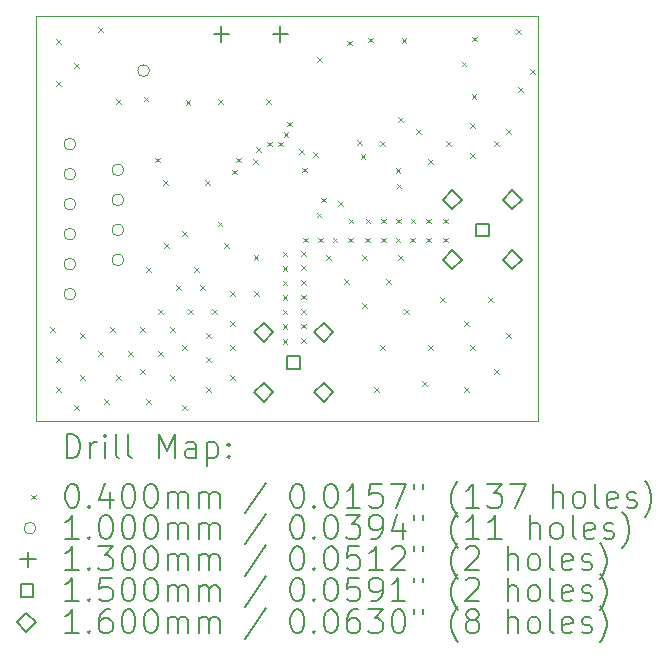
<source format=gbr>
%TF.GenerationSoftware,KiCad,Pcbnew,7.0.5*%
%TF.CreationDate,2023-11-05T09:22:55-05:00*%
%TF.ProjectId,radio,72616469-6f2e-46b6-9963-61645f706362,rev?*%
%TF.SameCoordinates,Original*%
%TF.FileFunction,Drillmap*%
%TF.FilePolarity,Positive*%
%FSLAX45Y45*%
G04 Gerber Fmt 4.5, Leading zero omitted, Abs format (unit mm)*
G04 Created by KiCad (PCBNEW 7.0.5) date 2023-11-05 09:22:55*
%MOMM*%
%LPD*%
G01*
G04 APERTURE LIST*
%ADD10C,0.100000*%
%ADD11C,0.200000*%
%ADD12C,0.040000*%
%ADD13C,0.130000*%
%ADD14C,0.150000*%
%ADD15C,0.160000*%
G04 APERTURE END LIST*
D10*
X9818370Y-6946900D02*
X14062710Y-6946900D01*
X14062710Y-10373360D01*
X9818370Y-10373360D01*
X9818370Y-6946900D01*
D11*
D12*
X9936800Y-9581200D02*
X9976800Y-9621200D01*
X9976800Y-9581200D02*
X9936800Y-9621200D01*
X9987600Y-7142800D02*
X10027600Y-7182800D01*
X10027600Y-7142800D02*
X9987600Y-7182800D01*
X9987600Y-7498400D02*
X10027600Y-7538400D01*
X10027600Y-7498400D02*
X9987600Y-7538400D01*
X9987600Y-9835200D02*
X10027600Y-9875200D01*
X10027600Y-9835200D02*
X9987600Y-9875200D01*
X9987600Y-10089200D02*
X10027600Y-10129200D01*
X10027600Y-10089200D02*
X9987600Y-10129200D01*
X10140000Y-10241600D02*
X10180000Y-10281600D01*
X10180000Y-10241600D02*
X10140000Y-10281600D01*
X10141149Y-7348436D02*
X10181149Y-7388436D01*
X10181149Y-7348436D02*
X10141149Y-7388436D01*
X10190800Y-9632000D02*
X10230800Y-9672000D01*
X10230800Y-9632000D02*
X10190800Y-9672000D01*
X10190800Y-9987600D02*
X10230800Y-10027600D01*
X10230800Y-9987600D02*
X10190800Y-10027600D01*
X10343200Y-7041200D02*
X10383200Y-7081200D01*
X10383200Y-7041200D02*
X10343200Y-7081200D01*
X10343200Y-9784400D02*
X10383200Y-9824400D01*
X10383200Y-9784400D02*
X10343200Y-9824400D01*
X10394000Y-10190800D02*
X10434000Y-10230800D01*
X10434000Y-10190800D02*
X10394000Y-10230800D01*
X10444800Y-9581200D02*
X10484800Y-9621200D01*
X10484800Y-9581200D02*
X10444800Y-9621200D01*
X10495600Y-7650800D02*
X10535600Y-7690800D01*
X10535600Y-7650800D02*
X10495600Y-7690800D01*
X10495600Y-9987600D02*
X10535600Y-10027600D01*
X10535600Y-9987600D02*
X10495600Y-10027600D01*
X10597200Y-9784400D02*
X10637200Y-9824400D01*
X10637200Y-9784400D02*
X10597200Y-9824400D01*
X10698800Y-9581200D02*
X10738800Y-9621200D01*
X10738800Y-9581200D02*
X10698800Y-9621200D01*
X10698800Y-9936800D02*
X10738800Y-9976800D01*
X10738800Y-9936800D02*
X10698800Y-9976800D01*
X10726032Y-7629034D02*
X10766032Y-7669034D01*
X10766032Y-7629034D02*
X10726032Y-7669034D01*
X10749600Y-9073200D02*
X10789600Y-9113200D01*
X10789600Y-9073200D02*
X10749600Y-9113200D01*
X10749600Y-10190800D02*
X10789600Y-10230800D01*
X10789600Y-10190800D02*
X10749600Y-10230800D01*
X10825800Y-8146100D02*
X10865800Y-8186100D01*
X10865800Y-8146100D02*
X10825800Y-8186100D01*
X10851200Y-9428800D02*
X10891200Y-9468800D01*
X10891200Y-9428800D02*
X10851200Y-9468800D01*
X10851200Y-9784400D02*
X10891200Y-9824400D01*
X10891200Y-9784400D02*
X10851200Y-9824400D01*
X10889300Y-8336600D02*
X10929300Y-8376600D01*
X10929300Y-8336600D02*
X10889300Y-8376600D01*
X10902000Y-8870000D02*
X10942000Y-8910000D01*
X10942000Y-8870000D02*
X10902000Y-8910000D01*
X10952800Y-9581200D02*
X10992800Y-9621200D01*
X10992800Y-9581200D02*
X10952800Y-9621200D01*
X10952800Y-9987600D02*
X10992800Y-10027600D01*
X10992800Y-9987600D02*
X10952800Y-10027600D01*
X11003600Y-9225600D02*
X11043600Y-9265600D01*
X11043600Y-9225600D02*
X11003600Y-9265600D01*
X11054400Y-8768400D02*
X11094400Y-8808400D01*
X11094400Y-8768400D02*
X11054400Y-8808400D01*
X11054400Y-9733600D02*
X11094400Y-9773600D01*
X11094400Y-9733600D02*
X11054400Y-9773600D01*
X11054400Y-10241600D02*
X11094400Y-10281600D01*
X11094400Y-10241600D02*
X11054400Y-10281600D01*
X11081335Y-7658187D02*
X11121335Y-7698187D01*
X11121335Y-7658187D02*
X11081335Y-7698187D01*
X11105200Y-9428800D02*
X11145200Y-9468800D01*
X11145200Y-9428800D02*
X11105200Y-9468800D01*
X11156000Y-9073200D02*
X11196000Y-9113200D01*
X11196000Y-9073200D02*
X11156000Y-9113200D01*
X11206800Y-9225600D02*
X11246800Y-9265600D01*
X11246800Y-9225600D02*
X11206800Y-9265600D01*
X11244900Y-8336600D02*
X11284900Y-8376600D01*
X11284900Y-8336600D02*
X11244900Y-8376600D01*
X11257600Y-9632000D02*
X11297600Y-9672000D01*
X11297600Y-9632000D02*
X11257600Y-9672000D01*
X11257600Y-9835200D02*
X11297600Y-9875200D01*
X11297600Y-9835200D02*
X11257600Y-9875200D01*
X11257600Y-10089200D02*
X11297600Y-10129200D01*
X11297600Y-10089200D02*
X11257600Y-10129200D01*
X11308400Y-9428800D02*
X11348400Y-9468800D01*
X11348400Y-9428800D02*
X11308400Y-9468800D01*
X11354120Y-8687120D02*
X11394120Y-8727120D01*
X11394120Y-8687120D02*
X11354120Y-8727120D01*
X11359200Y-7650800D02*
X11399200Y-7690800D01*
X11399200Y-7650800D02*
X11359200Y-7690800D01*
X11410000Y-8870000D02*
X11450000Y-8910000D01*
X11450000Y-8870000D02*
X11410000Y-8910000D01*
X11460800Y-9276400D02*
X11500800Y-9316400D01*
X11500800Y-9276400D02*
X11460800Y-9316400D01*
X11460800Y-9530400D02*
X11500800Y-9570400D01*
X11500800Y-9530400D02*
X11460800Y-9570400D01*
X11460800Y-9733600D02*
X11500800Y-9773600D01*
X11500800Y-9733600D02*
X11460800Y-9773600D01*
X11460800Y-9987600D02*
X11500800Y-10027600D01*
X11500800Y-9987600D02*
X11460800Y-10027600D01*
X11473500Y-8247700D02*
X11513500Y-8287700D01*
X11513500Y-8247700D02*
X11473500Y-8287700D01*
X11511600Y-8146100D02*
X11551600Y-8186100D01*
X11551600Y-8146100D02*
X11511600Y-8186100D01*
X11655570Y-8156431D02*
X11695570Y-8196431D01*
X11695570Y-8156431D02*
X11655570Y-8196431D01*
X11658920Y-8971600D02*
X11698920Y-9011600D01*
X11698920Y-8971600D02*
X11658920Y-9011600D01*
X11664000Y-9276400D02*
X11704000Y-9316400D01*
X11704000Y-9276400D02*
X11664000Y-9316400D01*
X11676700Y-8056510D02*
X11716700Y-8096510D01*
X11716700Y-8056510D02*
X11676700Y-8096510D01*
X11765600Y-7650800D02*
X11805600Y-7690800D01*
X11805600Y-7650800D02*
X11765600Y-7690800D01*
X11770512Y-8011003D02*
X11810512Y-8051003D01*
X11810512Y-8011003D02*
X11770512Y-8051003D01*
X11863160Y-8011686D02*
X11903160Y-8051686D01*
X11903160Y-8011686D02*
X11863160Y-8051686D01*
X11902760Y-8941120D02*
X11942760Y-8981120D01*
X11942760Y-8941120D02*
X11902760Y-8981120D01*
X11902760Y-9064310D02*
X11942760Y-9104310D01*
X11942760Y-9064310D02*
X11902760Y-9104310D01*
X11902760Y-9187500D02*
X11942760Y-9227500D01*
X11942760Y-9187500D02*
X11902760Y-9227500D01*
X11902760Y-9310690D02*
X11942760Y-9350690D01*
X11942760Y-9310690D02*
X11902760Y-9350690D01*
X11902760Y-9433880D02*
X11942760Y-9473880D01*
X11942760Y-9433880D02*
X11902760Y-9473880D01*
X11902760Y-9557070D02*
X11942760Y-9597070D01*
X11942760Y-9557070D02*
X11902760Y-9597070D01*
X11902760Y-9680260D02*
X11942760Y-9720260D01*
X11942760Y-9680260D02*
X11902760Y-9720260D01*
X11911615Y-7928328D02*
X11951615Y-7968328D01*
X11951615Y-7928328D02*
X11911615Y-7968328D01*
X11943400Y-7841300D02*
X11983400Y-7881300D01*
X11983400Y-7841300D02*
X11943400Y-7881300D01*
X12041190Y-8072440D02*
X12081190Y-8112440D01*
X12081190Y-8072440D02*
X12041190Y-8112440D01*
X12057700Y-8936040D02*
X12097700Y-8976040D01*
X12097700Y-8936040D02*
X12057700Y-8976040D01*
X12057700Y-9059230D02*
X12097700Y-9099230D01*
X12097700Y-9059230D02*
X12057700Y-9099230D01*
X12057700Y-9182420D02*
X12097700Y-9222420D01*
X12097700Y-9182420D02*
X12057700Y-9222420D01*
X12057700Y-9305610D02*
X12097700Y-9345610D01*
X12097700Y-9305610D02*
X12057700Y-9345610D01*
X12057700Y-9428800D02*
X12097700Y-9468800D01*
X12097700Y-9428800D02*
X12057700Y-9468800D01*
X12057700Y-9551990D02*
X12097700Y-9591990D01*
X12097700Y-9551990D02*
X12057700Y-9591990D01*
X12057700Y-9675180D02*
X12097700Y-9715180D01*
X12097700Y-9675180D02*
X12057700Y-9715180D01*
X12070400Y-8229920D02*
X12110400Y-8269920D01*
X12110400Y-8229920D02*
X12070400Y-8269920D01*
X12078020Y-8824280D02*
X12118020Y-8864280D01*
X12118020Y-8824280D02*
X12078020Y-8864280D01*
X12161840Y-8100380D02*
X12201840Y-8140380D01*
X12201840Y-8100380D02*
X12161840Y-8140380D01*
X12192320Y-8610810D02*
X12232320Y-8650810D01*
X12232320Y-8610810D02*
X12192320Y-8650810D01*
X12197400Y-7295200D02*
X12237400Y-7335200D01*
X12237400Y-7295200D02*
X12197400Y-7335200D01*
X12202480Y-8824280D02*
X12242480Y-8864280D01*
X12242480Y-8824280D02*
X12202480Y-8864280D01*
X12230352Y-8485140D02*
X12270352Y-8525140D01*
X12270352Y-8485140D02*
X12230352Y-8525140D01*
X12273600Y-8971600D02*
X12313600Y-9011600D01*
X12313600Y-8971600D02*
X12273600Y-9011600D01*
X12326940Y-8824280D02*
X12366940Y-8864280D01*
X12366940Y-8824280D02*
X12326940Y-8864280D01*
X12375200Y-8514400D02*
X12415200Y-8554400D01*
X12415200Y-8514400D02*
X12375200Y-8554400D01*
X12426000Y-9174800D02*
X12466000Y-9214800D01*
X12466000Y-9174800D02*
X12426000Y-9214800D01*
X12451400Y-7155500D02*
X12491400Y-7195500D01*
X12491400Y-7155500D02*
X12451400Y-7195500D01*
X12459020Y-8824280D02*
X12499020Y-8864280D01*
X12499020Y-8824280D02*
X12459020Y-8864280D01*
X12461560Y-8661720D02*
X12501560Y-8701720D01*
X12501560Y-8661720D02*
X12461560Y-8701720D01*
X12535220Y-7996130D02*
X12575220Y-8036130D01*
X12575220Y-7996130D02*
X12535220Y-8036130D01*
X12563160Y-8115510D02*
X12603160Y-8155510D01*
X12603160Y-8115510D02*
X12563160Y-8155510D01*
X12578400Y-8971600D02*
X12618400Y-9011600D01*
X12618400Y-8971600D02*
X12578400Y-9011600D01*
X12578400Y-9378000D02*
X12618400Y-9418000D01*
X12618400Y-9378000D02*
X12578400Y-9418000D01*
X12603800Y-8824280D02*
X12643800Y-8864280D01*
X12643800Y-8824280D02*
X12603800Y-8864280D01*
X12606340Y-8661720D02*
X12646340Y-8701720D01*
X12646340Y-8661720D02*
X12606340Y-8701720D01*
X12629200Y-7130100D02*
X12669200Y-7170100D01*
X12669200Y-7130100D02*
X12629200Y-7170100D01*
X12680000Y-10089200D02*
X12720000Y-10129200D01*
X12720000Y-10089200D02*
X12680000Y-10129200D01*
X12730800Y-8006400D02*
X12770800Y-8046400D01*
X12770800Y-8006400D02*
X12730800Y-8046400D01*
X12730800Y-9733600D02*
X12770800Y-9773600D01*
X12770800Y-9733600D02*
X12730800Y-9773600D01*
X12735880Y-8824280D02*
X12775880Y-8864280D01*
X12775880Y-8824280D02*
X12735880Y-8864280D01*
X12738420Y-8661720D02*
X12778420Y-8701720D01*
X12778420Y-8661720D02*
X12738420Y-8701720D01*
X12781600Y-9174800D02*
X12821600Y-9214800D01*
X12821600Y-9174800D02*
X12781600Y-9214800D01*
X12860340Y-8237430D02*
X12900340Y-8277430D01*
X12900340Y-8237430D02*
X12860340Y-8277430D01*
X12860340Y-8824280D02*
X12900340Y-8864280D01*
X12900340Y-8824280D02*
X12860340Y-8864280D01*
X12862880Y-8661720D02*
X12902880Y-8701720D01*
X12902880Y-8661720D02*
X12862880Y-8701720D01*
X12867960Y-8366970D02*
X12907960Y-8406970D01*
X12907960Y-8366970D02*
X12867960Y-8406970D01*
X12883200Y-7803200D02*
X12923200Y-7843200D01*
X12923200Y-7803200D02*
X12883200Y-7843200D01*
X12883200Y-8971600D02*
X12923200Y-9011600D01*
X12923200Y-8971600D02*
X12883200Y-9011600D01*
X12911170Y-7132670D02*
X12951170Y-7172670D01*
X12951170Y-7132670D02*
X12911170Y-7172670D01*
X12934000Y-9428800D02*
X12974000Y-9468800D01*
X12974000Y-9428800D02*
X12934000Y-9468800D01*
X12984800Y-8824280D02*
X13024800Y-8864280D01*
X13024800Y-8824280D02*
X12984800Y-8864280D01*
X12987340Y-8661720D02*
X13027340Y-8701720D01*
X13027340Y-8661720D02*
X12987340Y-8701720D01*
X13035600Y-7904800D02*
X13075600Y-7944800D01*
X13075600Y-7904800D02*
X13035600Y-7944800D01*
X13086400Y-10038400D02*
X13126400Y-10078400D01*
X13126400Y-10038400D02*
X13086400Y-10078400D01*
X13116880Y-8824280D02*
X13156880Y-8864280D01*
X13156880Y-8824280D02*
X13116880Y-8864280D01*
X13119420Y-8661720D02*
X13159420Y-8701720D01*
X13159420Y-8661720D02*
X13119420Y-8701720D01*
X13137200Y-8158800D02*
X13177200Y-8198800D01*
X13177200Y-8158800D02*
X13137200Y-8198800D01*
X13137200Y-9733600D02*
X13177200Y-9773600D01*
X13177200Y-9733600D02*
X13137200Y-9773600D01*
X13238800Y-9327200D02*
X13278800Y-9367200D01*
X13278800Y-9327200D02*
X13238800Y-9367200D01*
X13261660Y-8824280D02*
X13301660Y-8864280D01*
X13301660Y-8824280D02*
X13261660Y-8864280D01*
X13264200Y-8661720D02*
X13304200Y-8701720D01*
X13304200Y-8661720D02*
X13264200Y-8701720D01*
X13289600Y-8006400D02*
X13329600Y-8046400D01*
X13329600Y-8006400D02*
X13289600Y-8046400D01*
X13419140Y-7333410D02*
X13459140Y-7373410D01*
X13459140Y-7333410D02*
X13419140Y-7373410D01*
X13442000Y-9530400D02*
X13482000Y-9570400D01*
X13482000Y-9530400D02*
X13442000Y-9570400D01*
X13442000Y-10089200D02*
X13482000Y-10129200D01*
X13482000Y-10089200D02*
X13442000Y-10129200D01*
X13488284Y-7853148D02*
X13528284Y-7893148D01*
X13528284Y-7853148D02*
X13488284Y-7893148D01*
X13492800Y-8108000D02*
X13532800Y-8148000D01*
X13532800Y-8108000D02*
X13492800Y-8148000D01*
X13492800Y-9733600D02*
X13532800Y-9773600D01*
X13532800Y-9733600D02*
X13492800Y-9773600D01*
X13502960Y-7607730D02*
X13542960Y-7647730D01*
X13542960Y-7607730D02*
X13502960Y-7647730D01*
X13505500Y-7122590D02*
X13545500Y-7162590D01*
X13545500Y-7122590D02*
X13505500Y-7162590D01*
X13645200Y-9327200D02*
X13685200Y-9367200D01*
X13685200Y-9327200D02*
X13645200Y-9367200D01*
X13696000Y-8006400D02*
X13736000Y-8046400D01*
X13736000Y-8006400D02*
X13696000Y-8046400D01*
X13696000Y-9936800D02*
X13736000Y-9976800D01*
X13736000Y-9936800D02*
X13696000Y-9976800D01*
X13797600Y-7904800D02*
X13837600Y-7944800D01*
X13837600Y-7904800D02*
X13797600Y-7944800D01*
X13797600Y-9632000D02*
X13837600Y-9672000D01*
X13837600Y-9632000D02*
X13797600Y-9672000D01*
X13881851Y-7058727D02*
X13921851Y-7098727D01*
X13921851Y-7058727D02*
X13881851Y-7098727D01*
X13899200Y-7549200D02*
X13939200Y-7589200D01*
X13939200Y-7549200D02*
X13899200Y-7589200D01*
X14000800Y-7396800D02*
X14040800Y-7436800D01*
X14040800Y-7396800D02*
X14000800Y-7436800D01*
D10*
X10151580Y-8031480D02*
G75*
G03*
X10151580Y-8031480I-50000J0D01*
G01*
X10151580Y-8285480D02*
G75*
G03*
X10151580Y-8285480I-50000J0D01*
G01*
X10151580Y-8539480D02*
G75*
G03*
X10151580Y-8539480I-50000J0D01*
G01*
X10151580Y-8793480D02*
G75*
G03*
X10151580Y-8793480I-50000J0D01*
G01*
X10151580Y-9047480D02*
G75*
G03*
X10151580Y-9047480I-50000J0D01*
G01*
X10151580Y-9301480D02*
G75*
G03*
X10151580Y-9301480I-50000J0D01*
G01*
X10557980Y-8249920D02*
G75*
G03*
X10557980Y-8249920I-50000J0D01*
G01*
X10557980Y-8503920D02*
G75*
G03*
X10557980Y-8503920I-50000J0D01*
G01*
X10557980Y-8757920D02*
G75*
G03*
X10557980Y-8757920I-50000J0D01*
G01*
X10557980Y-9011920D02*
G75*
G03*
X10557980Y-9011920I-50000J0D01*
G01*
X10776420Y-7409180D02*
G75*
G03*
X10776420Y-7409180I-50000J0D01*
G01*
D13*
X11384930Y-7034300D02*
X11384930Y-7164300D01*
X11319930Y-7099300D02*
X11449930Y-7099300D01*
X11884930Y-7034300D02*
X11884930Y-7164300D01*
X11819930Y-7099300D02*
X11949930Y-7099300D01*
D14*
X12049453Y-9933634D02*
X12049453Y-9827567D01*
X11943386Y-9827567D01*
X11943386Y-9933634D01*
X12049453Y-9933634D01*
X13647113Y-8810954D02*
X13647113Y-8704887D01*
X13541046Y-8704887D01*
X13541046Y-8810954D01*
X13647113Y-8810954D01*
D15*
X11742420Y-9706600D02*
X11822420Y-9626600D01*
X11742420Y-9546600D01*
X11662420Y-9626600D01*
X11742420Y-9706600D01*
X11742420Y-10214600D02*
X11822420Y-10134600D01*
X11742420Y-10054600D01*
X11662420Y-10134600D01*
X11742420Y-10214600D01*
X12250420Y-9706600D02*
X12330420Y-9626600D01*
X12250420Y-9546600D01*
X12170420Y-9626600D01*
X12250420Y-9706600D01*
X12250420Y-10214600D02*
X12330420Y-10134600D01*
X12250420Y-10054600D01*
X12170420Y-10134600D01*
X12250420Y-10214600D01*
X13340080Y-8583920D02*
X13420080Y-8503920D01*
X13340080Y-8423920D01*
X13260080Y-8503920D01*
X13340080Y-8583920D01*
X13340080Y-9091920D02*
X13420080Y-9011920D01*
X13340080Y-8931920D01*
X13260080Y-9011920D01*
X13340080Y-9091920D01*
X13848080Y-8583920D02*
X13928080Y-8503920D01*
X13848080Y-8423920D01*
X13768080Y-8503920D01*
X13848080Y-8583920D01*
X13848080Y-9091920D02*
X13928080Y-9011920D01*
X13848080Y-8931920D01*
X13768080Y-9011920D01*
X13848080Y-9091920D01*
D11*
X10074147Y-10689844D02*
X10074147Y-10489844D01*
X10074147Y-10489844D02*
X10121766Y-10489844D01*
X10121766Y-10489844D02*
X10150337Y-10499368D01*
X10150337Y-10499368D02*
X10169385Y-10518415D01*
X10169385Y-10518415D02*
X10178909Y-10537463D01*
X10178909Y-10537463D02*
X10188433Y-10575558D01*
X10188433Y-10575558D02*
X10188433Y-10604130D01*
X10188433Y-10604130D02*
X10178909Y-10642225D01*
X10178909Y-10642225D02*
X10169385Y-10661272D01*
X10169385Y-10661272D02*
X10150337Y-10680320D01*
X10150337Y-10680320D02*
X10121766Y-10689844D01*
X10121766Y-10689844D02*
X10074147Y-10689844D01*
X10274147Y-10689844D02*
X10274147Y-10556510D01*
X10274147Y-10594606D02*
X10283671Y-10575558D01*
X10283671Y-10575558D02*
X10293194Y-10566034D01*
X10293194Y-10566034D02*
X10312242Y-10556510D01*
X10312242Y-10556510D02*
X10331290Y-10556510D01*
X10397956Y-10689844D02*
X10397956Y-10556510D01*
X10397956Y-10489844D02*
X10388433Y-10499368D01*
X10388433Y-10499368D02*
X10397956Y-10508891D01*
X10397956Y-10508891D02*
X10407480Y-10499368D01*
X10407480Y-10499368D02*
X10397956Y-10489844D01*
X10397956Y-10489844D02*
X10397956Y-10508891D01*
X10521766Y-10689844D02*
X10502718Y-10680320D01*
X10502718Y-10680320D02*
X10493194Y-10661272D01*
X10493194Y-10661272D02*
X10493194Y-10489844D01*
X10626528Y-10689844D02*
X10607480Y-10680320D01*
X10607480Y-10680320D02*
X10597956Y-10661272D01*
X10597956Y-10661272D02*
X10597956Y-10489844D01*
X10855099Y-10689844D02*
X10855099Y-10489844D01*
X10855099Y-10489844D02*
X10921766Y-10632701D01*
X10921766Y-10632701D02*
X10988433Y-10489844D01*
X10988433Y-10489844D02*
X10988433Y-10689844D01*
X11169385Y-10689844D02*
X11169385Y-10585082D01*
X11169385Y-10585082D02*
X11159861Y-10566034D01*
X11159861Y-10566034D02*
X11140814Y-10556510D01*
X11140814Y-10556510D02*
X11102718Y-10556510D01*
X11102718Y-10556510D02*
X11083671Y-10566034D01*
X11169385Y-10680320D02*
X11150337Y-10689844D01*
X11150337Y-10689844D02*
X11102718Y-10689844D01*
X11102718Y-10689844D02*
X11083671Y-10680320D01*
X11083671Y-10680320D02*
X11074147Y-10661272D01*
X11074147Y-10661272D02*
X11074147Y-10642225D01*
X11074147Y-10642225D02*
X11083671Y-10623177D01*
X11083671Y-10623177D02*
X11102718Y-10613653D01*
X11102718Y-10613653D02*
X11150337Y-10613653D01*
X11150337Y-10613653D02*
X11169385Y-10604130D01*
X11264623Y-10556510D02*
X11264623Y-10756510D01*
X11264623Y-10566034D02*
X11283671Y-10556510D01*
X11283671Y-10556510D02*
X11321766Y-10556510D01*
X11321766Y-10556510D02*
X11340813Y-10566034D01*
X11340813Y-10566034D02*
X11350337Y-10575558D01*
X11350337Y-10575558D02*
X11359861Y-10594606D01*
X11359861Y-10594606D02*
X11359861Y-10651749D01*
X11359861Y-10651749D02*
X11350337Y-10670796D01*
X11350337Y-10670796D02*
X11340813Y-10680320D01*
X11340813Y-10680320D02*
X11321766Y-10689844D01*
X11321766Y-10689844D02*
X11283671Y-10689844D01*
X11283671Y-10689844D02*
X11264623Y-10680320D01*
X11445575Y-10670796D02*
X11455099Y-10680320D01*
X11455099Y-10680320D02*
X11445575Y-10689844D01*
X11445575Y-10689844D02*
X11436052Y-10680320D01*
X11436052Y-10680320D02*
X11445575Y-10670796D01*
X11445575Y-10670796D02*
X11445575Y-10689844D01*
X11445575Y-10566034D02*
X11455099Y-10575558D01*
X11455099Y-10575558D02*
X11445575Y-10585082D01*
X11445575Y-10585082D02*
X11436052Y-10575558D01*
X11436052Y-10575558D02*
X11445575Y-10566034D01*
X11445575Y-10566034D02*
X11445575Y-10585082D01*
D12*
X9773370Y-10998360D02*
X9813370Y-11038360D01*
X9813370Y-10998360D02*
X9773370Y-11038360D01*
D11*
X10112242Y-10909844D02*
X10131290Y-10909844D01*
X10131290Y-10909844D02*
X10150337Y-10919368D01*
X10150337Y-10919368D02*
X10159861Y-10928891D01*
X10159861Y-10928891D02*
X10169385Y-10947939D01*
X10169385Y-10947939D02*
X10178909Y-10986034D01*
X10178909Y-10986034D02*
X10178909Y-11033653D01*
X10178909Y-11033653D02*
X10169385Y-11071749D01*
X10169385Y-11071749D02*
X10159861Y-11090796D01*
X10159861Y-11090796D02*
X10150337Y-11100320D01*
X10150337Y-11100320D02*
X10131290Y-11109844D01*
X10131290Y-11109844D02*
X10112242Y-11109844D01*
X10112242Y-11109844D02*
X10093194Y-11100320D01*
X10093194Y-11100320D02*
X10083671Y-11090796D01*
X10083671Y-11090796D02*
X10074147Y-11071749D01*
X10074147Y-11071749D02*
X10064623Y-11033653D01*
X10064623Y-11033653D02*
X10064623Y-10986034D01*
X10064623Y-10986034D02*
X10074147Y-10947939D01*
X10074147Y-10947939D02*
X10083671Y-10928891D01*
X10083671Y-10928891D02*
X10093194Y-10919368D01*
X10093194Y-10919368D02*
X10112242Y-10909844D01*
X10264623Y-11090796D02*
X10274147Y-11100320D01*
X10274147Y-11100320D02*
X10264623Y-11109844D01*
X10264623Y-11109844D02*
X10255099Y-11100320D01*
X10255099Y-11100320D02*
X10264623Y-11090796D01*
X10264623Y-11090796D02*
X10264623Y-11109844D01*
X10445575Y-10976510D02*
X10445575Y-11109844D01*
X10397956Y-10900320D02*
X10350337Y-11043177D01*
X10350337Y-11043177D02*
X10474147Y-11043177D01*
X10588433Y-10909844D02*
X10607480Y-10909844D01*
X10607480Y-10909844D02*
X10626528Y-10919368D01*
X10626528Y-10919368D02*
X10636052Y-10928891D01*
X10636052Y-10928891D02*
X10645575Y-10947939D01*
X10645575Y-10947939D02*
X10655099Y-10986034D01*
X10655099Y-10986034D02*
X10655099Y-11033653D01*
X10655099Y-11033653D02*
X10645575Y-11071749D01*
X10645575Y-11071749D02*
X10636052Y-11090796D01*
X10636052Y-11090796D02*
X10626528Y-11100320D01*
X10626528Y-11100320D02*
X10607480Y-11109844D01*
X10607480Y-11109844D02*
X10588433Y-11109844D01*
X10588433Y-11109844D02*
X10569385Y-11100320D01*
X10569385Y-11100320D02*
X10559861Y-11090796D01*
X10559861Y-11090796D02*
X10550337Y-11071749D01*
X10550337Y-11071749D02*
X10540814Y-11033653D01*
X10540814Y-11033653D02*
X10540814Y-10986034D01*
X10540814Y-10986034D02*
X10550337Y-10947939D01*
X10550337Y-10947939D02*
X10559861Y-10928891D01*
X10559861Y-10928891D02*
X10569385Y-10919368D01*
X10569385Y-10919368D02*
X10588433Y-10909844D01*
X10778909Y-10909844D02*
X10797956Y-10909844D01*
X10797956Y-10909844D02*
X10817004Y-10919368D01*
X10817004Y-10919368D02*
X10826528Y-10928891D01*
X10826528Y-10928891D02*
X10836052Y-10947939D01*
X10836052Y-10947939D02*
X10845575Y-10986034D01*
X10845575Y-10986034D02*
X10845575Y-11033653D01*
X10845575Y-11033653D02*
X10836052Y-11071749D01*
X10836052Y-11071749D02*
X10826528Y-11090796D01*
X10826528Y-11090796D02*
X10817004Y-11100320D01*
X10817004Y-11100320D02*
X10797956Y-11109844D01*
X10797956Y-11109844D02*
X10778909Y-11109844D01*
X10778909Y-11109844D02*
X10759861Y-11100320D01*
X10759861Y-11100320D02*
X10750337Y-11090796D01*
X10750337Y-11090796D02*
X10740814Y-11071749D01*
X10740814Y-11071749D02*
X10731290Y-11033653D01*
X10731290Y-11033653D02*
X10731290Y-10986034D01*
X10731290Y-10986034D02*
X10740814Y-10947939D01*
X10740814Y-10947939D02*
X10750337Y-10928891D01*
X10750337Y-10928891D02*
X10759861Y-10919368D01*
X10759861Y-10919368D02*
X10778909Y-10909844D01*
X10931290Y-11109844D02*
X10931290Y-10976510D01*
X10931290Y-10995558D02*
X10940814Y-10986034D01*
X10940814Y-10986034D02*
X10959861Y-10976510D01*
X10959861Y-10976510D02*
X10988433Y-10976510D01*
X10988433Y-10976510D02*
X11007480Y-10986034D01*
X11007480Y-10986034D02*
X11017004Y-11005082D01*
X11017004Y-11005082D02*
X11017004Y-11109844D01*
X11017004Y-11005082D02*
X11026528Y-10986034D01*
X11026528Y-10986034D02*
X11045575Y-10976510D01*
X11045575Y-10976510D02*
X11074147Y-10976510D01*
X11074147Y-10976510D02*
X11093195Y-10986034D01*
X11093195Y-10986034D02*
X11102718Y-11005082D01*
X11102718Y-11005082D02*
X11102718Y-11109844D01*
X11197956Y-11109844D02*
X11197956Y-10976510D01*
X11197956Y-10995558D02*
X11207480Y-10986034D01*
X11207480Y-10986034D02*
X11226528Y-10976510D01*
X11226528Y-10976510D02*
X11255099Y-10976510D01*
X11255099Y-10976510D02*
X11274147Y-10986034D01*
X11274147Y-10986034D02*
X11283671Y-11005082D01*
X11283671Y-11005082D02*
X11283671Y-11109844D01*
X11283671Y-11005082D02*
X11293194Y-10986034D01*
X11293194Y-10986034D02*
X11312242Y-10976510D01*
X11312242Y-10976510D02*
X11340813Y-10976510D01*
X11340813Y-10976510D02*
X11359861Y-10986034D01*
X11359861Y-10986034D02*
X11369385Y-11005082D01*
X11369385Y-11005082D02*
X11369385Y-11109844D01*
X11759861Y-10900320D02*
X11588433Y-11157463D01*
X12017004Y-10909844D02*
X12036052Y-10909844D01*
X12036052Y-10909844D02*
X12055099Y-10919368D01*
X12055099Y-10919368D02*
X12064623Y-10928891D01*
X12064623Y-10928891D02*
X12074147Y-10947939D01*
X12074147Y-10947939D02*
X12083671Y-10986034D01*
X12083671Y-10986034D02*
X12083671Y-11033653D01*
X12083671Y-11033653D02*
X12074147Y-11071749D01*
X12074147Y-11071749D02*
X12064623Y-11090796D01*
X12064623Y-11090796D02*
X12055099Y-11100320D01*
X12055099Y-11100320D02*
X12036052Y-11109844D01*
X12036052Y-11109844D02*
X12017004Y-11109844D01*
X12017004Y-11109844D02*
X11997956Y-11100320D01*
X11997956Y-11100320D02*
X11988433Y-11090796D01*
X11988433Y-11090796D02*
X11978909Y-11071749D01*
X11978909Y-11071749D02*
X11969385Y-11033653D01*
X11969385Y-11033653D02*
X11969385Y-10986034D01*
X11969385Y-10986034D02*
X11978909Y-10947939D01*
X11978909Y-10947939D02*
X11988433Y-10928891D01*
X11988433Y-10928891D02*
X11997956Y-10919368D01*
X11997956Y-10919368D02*
X12017004Y-10909844D01*
X12169385Y-11090796D02*
X12178909Y-11100320D01*
X12178909Y-11100320D02*
X12169385Y-11109844D01*
X12169385Y-11109844D02*
X12159861Y-11100320D01*
X12159861Y-11100320D02*
X12169385Y-11090796D01*
X12169385Y-11090796D02*
X12169385Y-11109844D01*
X12302718Y-10909844D02*
X12321766Y-10909844D01*
X12321766Y-10909844D02*
X12340814Y-10919368D01*
X12340814Y-10919368D02*
X12350337Y-10928891D01*
X12350337Y-10928891D02*
X12359861Y-10947939D01*
X12359861Y-10947939D02*
X12369385Y-10986034D01*
X12369385Y-10986034D02*
X12369385Y-11033653D01*
X12369385Y-11033653D02*
X12359861Y-11071749D01*
X12359861Y-11071749D02*
X12350337Y-11090796D01*
X12350337Y-11090796D02*
X12340814Y-11100320D01*
X12340814Y-11100320D02*
X12321766Y-11109844D01*
X12321766Y-11109844D02*
X12302718Y-11109844D01*
X12302718Y-11109844D02*
X12283671Y-11100320D01*
X12283671Y-11100320D02*
X12274147Y-11090796D01*
X12274147Y-11090796D02*
X12264623Y-11071749D01*
X12264623Y-11071749D02*
X12255099Y-11033653D01*
X12255099Y-11033653D02*
X12255099Y-10986034D01*
X12255099Y-10986034D02*
X12264623Y-10947939D01*
X12264623Y-10947939D02*
X12274147Y-10928891D01*
X12274147Y-10928891D02*
X12283671Y-10919368D01*
X12283671Y-10919368D02*
X12302718Y-10909844D01*
X12559861Y-11109844D02*
X12445576Y-11109844D01*
X12502718Y-11109844D02*
X12502718Y-10909844D01*
X12502718Y-10909844D02*
X12483671Y-10938415D01*
X12483671Y-10938415D02*
X12464623Y-10957463D01*
X12464623Y-10957463D02*
X12445576Y-10966987D01*
X12740814Y-10909844D02*
X12645576Y-10909844D01*
X12645576Y-10909844D02*
X12636052Y-11005082D01*
X12636052Y-11005082D02*
X12645576Y-10995558D01*
X12645576Y-10995558D02*
X12664623Y-10986034D01*
X12664623Y-10986034D02*
X12712242Y-10986034D01*
X12712242Y-10986034D02*
X12731290Y-10995558D01*
X12731290Y-10995558D02*
X12740814Y-11005082D01*
X12740814Y-11005082D02*
X12750337Y-11024130D01*
X12750337Y-11024130D02*
X12750337Y-11071749D01*
X12750337Y-11071749D02*
X12740814Y-11090796D01*
X12740814Y-11090796D02*
X12731290Y-11100320D01*
X12731290Y-11100320D02*
X12712242Y-11109844D01*
X12712242Y-11109844D02*
X12664623Y-11109844D01*
X12664623Y-11109844D02*
X12645576Y-11100320D01*
X12645576Y-11100320D02*
X12636052Y-11090796D01*
X12817004Y-10909844D02*
X12950337Y-10909844D01*
X12950337Y-10909844D02*
X12864623Y-11109844D01*
X13017004Y-10909844D02*
X13017004Y-10947939D01*
X13093195Y-10909844D02*
X13093195Y-10947939D01*
X13388433Y-11186034D02*
X13378909Y-11176510D01*
X13378909Y-11176510D02*
X13359861Y-11147939D01*
X13359861Y-11147939D02*
X13350338Y-11128891D01*
X13350338Y-11128891D02*
X13340814Y-11100320D01*
X13340814Y-11100320D02*
X13331290Y-11052701D01*
X13331290Y-11052701D02*
X13331290Y-11014606D01*
X13331290Y-11014606D02*
X13340814Y-10966987D01*
X13340814Y-10966987D02*
X13350338Y-10938415D01*
X13350338Y-10938415D02*
X13359861Y-10919368D01*
X13359861Y-10919368D02*
X13378909Y-10890796D01*
X13378909Y-10890796D02*
X13388433Y-10881272D01*
X13569385Y-11109844D02*
X13455099Y-11109844D01*
X13512242Y-11109844D02*
X13512242Y-10909844D01*
X13512242Y-10909844D02*
X13493195Y-10938415D01*
X13493195Y-10938415D02*
X13474147Y-10957463D01*
X13474147Y-10957463D02*
X13455099Y-10966987D01*
X13636052Y-10909844D02*
X13759861Y-10909844D01*
X13759861Y-10909844D02*
X13693195Y-10986034D01*
X13693195Y-10986034D02*
X13721766Y-10986034D01*
X13721766Y-10986034D02*
X13740814Y-10995558D01*
X13740814Y-10995558D02*
X13750338Y-11005082D01*
X13750338Y-11005082D02*
X13759861Y-11024130D01*
X13759861Y-11024130D02*
X13759861Y-11071749D01*
X13759861Y-11071749D02*
X13750338Y-11090796D01*
X13750338Y-11090796D02*
X13740814Y-11100320D01*
X13740814Y-11100320D02*
X13721766Y-11109844D01*
X13721766Y-11109844D02*
X13664623Y-11109844D01*
X13664623Y-11109844D02*
X13645576Y-11100320D01*
X13645576Y-11100320D02*
X13636052Y-11090796D01*
X13826528Y-10909844D02*
X13959861Y-10909844D01*
X13959861Y-10909844D02*
X13874147Y-11109844D01*
X14188433Y-11109844D02*
X14188433Y-10909844D01*
X14274147Y-11109844D02*
X14274147Y-11005082D01*
X14274147Y-11005082D02*
X14264623Y-10986034D01*
X14264623Y-10986034D02*
X14245576Y-10976510D01*
X14245576Y-10976510D02*
X14217004Y-10976510D01*
X14217004Y-10976510D02*
X14197957Y-10986034D01*
X14197957Y-10986034D02*
X14188433Y-10995558D01*
X14397957Y-11109844D02*
X14378909Y-11100320D01*
X14378909Y-11100320D02*
X14369385Y-11090796D01*
X14369385Y-11090796D02*
X14359861Y-11071749D01*
X14359861Y-11071749D02*
X14359861Y-11014606D01*
X14359861Y-11014606D02*
X14369385Y-10995558D01*
X14369385Y-10995558D02*
X14378909Y-10986034D01*
X14378909Y-10986034D02*
X14397957Y-10976510D01*
X14397957Y-10976510D02*
X14426528Y-10976510D01*
X14426528Y-10976510D02*
X14445576Y-10986034D01*
X14445576Y-10986034D02*
X14455100Y-10995558D01*
X14455100Y-10995558D02*
X14464623Y-11014606D01*
X14464623Y-11014606D02*
X14464623Y-11071749D01*
X14464623Y-11071749D02*
X14455100Y-11090796D01*
X14455100Y-11090796D02*
X14445576Y-11100320D01*
X14445576Y-11100320D02*
X14426528Y-11109844D01*
X14426528Y-11109844D02*
X14397957Y-11109844D01*
X14578909Y-11109844D02*
X14559861Y-11100320D01*
X14559861Y-11100320D02*
X14550338Y-11081272D01*
X14550338Y-11081272D02*
X14550338Y-10909844D01*
X14731290Y-11100320D02*
X14712242Y-11109844D01*
X14712242Y-11109844D02*
X14674147Y-11109844D01*
X14674147Y-11109844D02*
X14655100Y-11100320D01*
X14655100Y-11100320D02*
X14645576Y-11081272D01*
X14645576Y-11081272D02*
X14645576Y-11005082D01*
X14645576Y-11005082D02*
X14655100Y-10986034D01*
X14655100Y-10986034D02*
X14674147Y-10976510D01*
X14674147Y-10976510D02*
X14712242Y-10976510D01*
X14712242Y-10976510D02*
X14731290Y-10986034D01*
X14731290Y-10986034D02*
X14740814Y-11005082D01*
X14740814Y-11005082D02*
X14740814Y-11024130D01*
X14740814Y-11024130D02*
X14645576Y-11043177D01*
X14817004Y-11100320D02*
X14836052Y-11109844D01*
X14836052Y-11109844D02*
X14874147Y-11109844D01*
X14874147Y-11109844D02*
X14893195Y-11100320D01*
X14893195Y-11100320D02*
X14902719Y-11081272D01*
X14902719Y-11081272D02*
X14902719Y-11071749D01*
X14902719Y-11071749D02*
X14893195Y-11052701D01*
X14893195Y-11052701D02*
X14874147Y-11043177D01*
X14874147Y-11043177D02*
X14845576Y-11043177D01*
X14845576Y-11043177D02*
X14826528Y-11033653D01*
X14826528Y-11033653D02*
X14817004Y-11014606D01*
X14817004Y-11014606D02*
X14817004Y-11005082D01*
X14817004Y-11005082D02*
X14826528Y-10986034D01*
X14826528Y-10986034D02*
X14845576Y-10976510D01*
X14845576Y-10976510D02*
X14874147Y-10976510D01*
X14874147Y-10976510D02*
X14893195Y-10986034D01*
X14969385Y-11186034D02*
X14978909Y-11176510D01*
X14978909Y-11176510D02*
X14997957Y-11147939D01*
X14997957Y-11147939D02*
X15007481Y-11128891D01*
X15007481Y-11128891D02*
X15017004Y-11100320D01*
X15017004Y-11100320D02*
X15026528Y-11052701D01*
X15026528Y-11052701D02*
X15026528Y-11014606D01*
X15026528Y-11014606D02*
X15017004Y-10966987D01*
X15017004Y-10966987D02*
X15007481Y-10938415D01*
X15007481Y-10938415D02*
X14997957Y-10919368D01*
X14997957Y-10919368D02*
X14978909Y-10890796D01*
X14978909Y-10890796D02*
X14969385Y-10881272D01*
D10*
X9813370Y-11282360D02*
G75*
G03*
X9813370Y-11282360I-50000J0D01*
G01*
D11*
X10178909Y-11373844D02*
X10064623Y-11373844D01*
X10121766Y-11373844D02*
X10121766Y-11173844D01*
X10121766Y-11173844D02*
X10102718Y-11202415D01*
X10102718Y-11202415D02*
X10083671Y-11221463D01*
X10083671Y-11221463D02*
X10064623Y-11230987D01*
X10264623Y-11354796D02*
X10274147Y-11364320D01*
X10274147Y-11364320D02*
X10264623Y-11373844D01*
X10264623Y-11373844D02*
X10255099Y-11364320D01*
X10255099Y-11364320D02*
X10264623Y-11354796D01*
X10264623Y-11354796D02*
X10264623Y-11373844D01*
X10397956Y-11173844D02*
X10417004Y-11173844D01*
X10417004Y-11173844D02*
X10436052Y-11183368D01*
X10436052Y-11183368D02*
X10445575Y-11192891D01*
X10445575Y-11192891D02*
X10455099Y-11211939D01*
X10455099Y-11211939D02*
X10464623Y-11250034D01*
X10464623Y-11250034D02*
X10464623Y-11297653D01*
X10464623Y-11297653D02*
X10455099Y-11335748D01*
X10455099Y-11335748D02*
X10445575Y-11354796D01*
X10445575Y-11354796D02*
X10436052Y-11364320D01*
X10436052Y-11364320D02*
X10417004Y-11373844D01*
X10417004Y-11373844D02*
X10397956Y-11373844D01*
X10397956Y-11373844D02*
X10378909Y-11364320D01*
X10378909Y-11364320D02*
X10369385Y-11354796D01*
X10369385Y-11354796D02*
X10359861Y-11335748D01*
X10359861Y-11335748D02*
X10350337Y-11297653D01*
X10350337Y-11297653D02*
X10350337Y-11250034D01*
X10350337Y-11250034D02*
X10359861Y-11211939D01*
X10359861Y-11211939D02*
X10369385Y-11192891D01*
X10369385Y-11192891D02*
X10378909Y-11183368D01*
X10378909Y-11183368D02*
X10397956Y-11173844D01*
X10588433Y-11173844D02*
X10607480Y-11173844D01*
X10607480Y-11173844D02*
X10626528Y-11183368D01*
X10626528Y-11183368D02*
X10636052Y-11192891D01*
X10636052Y-11192891D02*
X10645575Y-11211939D01*
X10645575Y-11211939D02*
X10655099Y-11250034D01*
X10655099Y-11250034D02*
X10655099Y-11297653D01*
X10655099Y-11297653D02*
X10645575Y-11335748D01*
X10645575Y-11335748D02*
X10636052Y-11354796D01*
X10636052Y-11354796D02*
X10626528Y-11364320D01*
X10626528Y-11364320D02*
X10607480Y-11373844D01*
X10607480Y-11373844D02*
X10588433Y-11373844D01*
X10588433Y-11373844D02*
X10569385Y-11364320D01*
X10569385Y-11364320D02*
X10559861Y-11354796D01*
X10559861Y-11354796D02*
X10550337Y-11335748D01*
X10550337Y-11335748D02*
X10540814Y-11297653D01*
X10540814Y-11297653D02*
X10540814Y-11250034D01*
X10540814Y-11250034D02*
X10550337Y-11211939D01*
X10550337Y-11211939D02*
X10559861Y-11192891D01*
X10559861Y-11192891D02*
X10569385Y-11183368D01*
X10569385Y-11183368D02*
X10588433Y-11173844D01*
X10778909Y-11173844D02*
X10797956Y-11173844D01*
X10797956Y-11173844D02*
X10817004Y-11183368D01*
X10817004Y-11183368D02*
X10826528Y-11192891D01*
X10826528Y-11192891D02*
X10836052Y-11211939D01*
X10836052Y-11211939D02*
X10845575Y-11250034D01*
X10845575Y-11250034D02*
X10845575Y-11297653D01*
X10845575Y-11297653D02*
X10836052Y-11335748D01*
X10836052Y-11335748D02*
X10826528Y-11354796D01*
X10826528Y-11354796D02*
X10817004Y-11364320D01*
X10817004Y-11364320D02*
X10797956Y-11373844D01*
X10797956Y-11373844D02*
X10778909Y-11373844D01*
X10778909Y-11373844D02*
X10759861Y-11364320D01*
X10759861Y-11364320D02*
X10750337Y-11354796D01*
X10750337Y-11354796D02*
X10740814Y-11335748D01*
X10740814Y-11335748D02*
X10731290Y-11297653D01*
X10731290Y-11297653D02*
X10731290Y-11250034D01*
X10731290Y-11250034D02*
X10740814Y-11211939D01*
X10740814Y-11211939D02*
X10750337Y-11192891D01*
X10750337Y-11192891D02*
X10759861Y-11183368D01*
X10759861Y-11183368D02*
X10778909Y-11173844D01*
X10931290Y-11373844D02*
X10931290Y-11240510D01*
X10931290Y-11259558D02*
X10940814Y-11250034D01*
X10940814Y-11250034D02*
X10959861Y-11240510D01*
X10959861Y-11240510D02*
X10988433Y-11240510D01*
X10988433Y-11240510D02*
X11007480Y-11250034D01*
X11007480Y-11250034D02*
X11017004Y-11269082D01*
X11017004Y-11269082D02*
X11017004Y-11373844D01*
X11017004Y-11269082D02*
X11026528Y-11250034D01*
X11026528Y-11250034D02*
X11045575Y-11240510D01*
X11045575Y-11240510D02*
X11074147Y-11240510D01*
X11074147Y-11240510D02*
X11093195Y-11250034D01*
X11093195Y-11250034D02*
X11102718Y-11269082D01*
X11102718Y-11269082D02*
X11102718Y-11373844D01*
X11197956Y-11373844D02*
X11197956Y-11240510D01*
X11197956Y-11259558D02*
X11207480Y-11250034D01*
X11207480Y-11250034D02*
X11226528Y-11240510D01*
X11226528Y-11240510D02*
X11255099Y-11240510D01*
X11255099Y-11240510D02*
X11274147Y-11250034D01*
X11274147Y-11250034D02*
X11283671Y-11269082D01*
X11283671Y-11269082D02*
X11283671Y-11373844D01*
X11283671Y-11269082D02*
X11293194Y-11250034D01*
X11293194Y-11250034D02*
X11312242Y-11240510D01*
X11312242Y-11240510D02*
X11340813Y-11240510D01*
X11340813Y-11240510D02*
X11359861Y-11250034D01*
X11359861Y-11250034D02*
X11369385Y-11269082D01*
X11369385Y-11269082D02*
X11369385Y-11373844D01*
X11759861Y-11164320D02*
X11588433Y-11421463D01*
X12017004Y-11173844D02*
X12036052Y-11173844D01*
X12036052Y-11173844D02*
X12055099Y-11183368D01*
X12055099Y-11183368D02*
X12064623Y-11192891D01*
X12064623Y-11192891D02*
X12074147Y-11211939D01*
X12074147Y-11211939D02*
X12083671Y-11250034D01*
X12083671Y-11250034D02*
X12083671Y-11297653D01*
X12083671Y-11297653D02*
X12074147Y-11335748D01*
X12074147Y-11335748D02*
X12064623Y-11354796D01*
X12064623Y-11354796D02*
X12055099Y-11364320D01*
X12055099Y-11364320D02*
X12036052Y-11373844D01*
X12036052Y-11373844D02*
X12017004Y-11373844D01*
X12017004Y-11373844D02*
X11997956Y-11364320D01*
X11997956Y-11364320D02*
X11988433Y-11354796D01*
X11988433Y-11354796D02*
X11978909Y-11335748D01*
X11978909Y-11335748D02*
X11969385Y-11297653D01*
X11969385Y-11297653D02*
X11969385Y-11250034D01*
X11969385Y-11250034D02*
X11978909Y-11211939D01*
X11978909Y-11211939D02*
X11988433Y-11192891D01*
X11988433Y-11192891D02*
X11997956Y-11183368D01*
X11997956Y-11183368D02*
X12017004Y-11173844D01*
X12169385Y-11354796D02*
X12178909Y-11364320D01*
X12178909Y-11364320D02*
X12169385Y-11373844D01*
X12169385Y-11373844D02*
X12159861Y-11364320D01*
X12159861Y-11364320D02*
X12169385Y-11354796D01*
X12169385Y-11354796D02*
X12169385Y-11373844D01*
X12302718Y-11173844D02*
X12321766Y-11173844D01*
X12321766Y-11173844D02*
X12340814Y-11183368D01*
X12340814Y-11183368D02*
X12350337Y-11192891D01*
X12350337Y-11192891D02*
X12359861Y-11211939D01*
X12359861Y-11211939D02*
X12369385Y-11250034D01*
X12369385Y-11250034D02*
X12369385Y-11297653D01*
X12369385Y-11297653D02*
X12359861Y-11335748D01*
X12359861Y-11335748D02*
X12350337Y-11354796D01*
X12350337Y-11354796D02*
X12340814Y-11364320D01*
X12340814Y-11364320D02*
X12321766Y-11373844D01*
X12321766Y-11373844D02*
X12302718Y-11373844D01*
X12302718Y-11373844D02*
X12283671Y-11364320D01*
X12283671Y-11364320D02*
X12274147Y-11354796D01*
X12274147Y-11354796D02*
X12264623Y-11335748D01*
X12264623Y-11335748D02*
X12255099Y-11297653D01*
X12255099Y-11297653D02*
X12255099Y-11250034D01*
X12255099Y-11250034D02*
X12264623Y-11211939D01*
X12264623Y-11211939D02*
X12274147Y-11192891D01*
X12274147Y-11192891D02*
X12283671Y-11183368D01*
X12283671Y-11183368D02*
X12302718Y-11173844D01*
X12436052Y-11173844D02*
X12559861Y-11173844D01*
X12559861Y-11173844D02*
X12493195Y-11250034D01*
X12493195Y-11250034D02*
X12521766Y-11250034D01*
X12521766Y-11250034D02*
X12540814Y-11259558D01*
X12540814Y-11259558D02*
X12550337Y-11269082D01*
X12550337Y-11269082D02*
X12559861Y-11288129D01*
X12559861Y-11288129D02*
X12559861Y-11335748D01*
X12559861Y-11335748D02*
X12550337Y-11354796D01*
X12550337Y-11354796D02*
X12540814Y-11364320D01*
X12540814Y-11364320D02*
X12521766Y-11373844D01*
X12521766Y-11373844D02*
X12464623Y-11373844D01*
X12464623Y-11373844D02*
X12445576Y-11364320D01*
X12445576Y-11364320D02*
X12436052Y-11354796D01*
X12655099Y-11373844D02*
X12693195Y-11373844D01*
X12693195Y-11373844D02*
X12712242Y-11364320D01*
X12712242Y-11364320D02*
X12721766Y-11354796D01*
X12721766Y-11354796D02*
X12740814Y-11326225D01*
X12740814Y-11326225D02*
X12750337Y-11288129D01*
X12750337Y-11288129D02*
X12750337Y-11211939D01*
X12750337Y-11211939D02*
X12740814Y-11192891D01*
X12740814Y-11192891D02*
X12731290Y-11183368D01*
X12731290Y-11183368D02*
X12712242Y-11173844D01*
X12712242Y-11173844D02*
X12674147Y-11173844D01*
X12674147Y-11173844D02*
X12655099Y-11183368D01*
X12655099Y-11183368D02*
X12645576Y-11192891D01*
X12645576Y-11192891D02*
X12636052Y-11211939D01*
X12636052Y-11211939D02*
X12636052Y-11259558D01*
X12636052Y-11259558D02*
X12645576Y-11278606D01*
X12645576Y-11278606D02*
X12655099Y-11288129D01*
X12655099Y-11288129D02*
X12674147Y-11297653D01*
X12674147Y-11297653D02*
X12712242Y-11297653D01*
X12712242Y-11297653D02*
X12731290Y-11288129D01*
X12731290Y-11288129D02*
X12740814Y-11278606D01*
X12740814Y-11278606D02*
X12750337Y-11259558D01*
X12921766Y-11240510D02*
X12921766Y-11373844D01*
X12874147Y-11164320D02*
X12826528Y-11307177D01*
X12826528Y-11307177D02*
X12950337Y-11307177D01*
X13017004Y-11173844D02*
X13017004Y-11211939D01*
X13093195Y-11173844D02*
X13093195Y-11211939D01*
X13388433Y-11450034D02*
X13378909Y-11440510D01*
X13378909Y-11440510D02*
X13359861Y-11411939D01*
X13359861Y-11411939D02*
X13350338Y-11392891D01*
X13350338Y-11392891D02*
X13340814Y-11364320D01*
X13340814Y-11364320D02*
X13331290Y-11316701D01*
X13331290Y-11316701D02*
X13331290Y-11278606D01*
X13331290Y-11278606D02*
X13340814Y-11230987D01*
X13340814Y-11230987D02*
X13350338Y-11202415D01*
X13350338Y-11202415D02*
X13359861Y-11183368D01*
X13359861Y-11183368D02*
X13378909Y-11154796D01*
X13378909Y-11154796D02*
X13388433Y-11145272D01*
X13569385Y-11373844D02*
X13455099Y-11373844D01*
X13512242Y-11373844D02*
X13512242Y-11173844D01*
X13512242Y-11173844D02*
X13493195Y-11202415D01*
X13493195Y-11202415D02*
X13474147Y-11221463D01*
X13474147Y-11221463D02*
X13455099Y-11230987D01*
X13759861Y-11373844D02*
X13645576Y-11373844D01*
X13702718Y-11373844D02*
X13702718Y-11173844D01*
X13702718Y-11173844D02*
X13683671Y-11202415D01*
X13683671Y-11202415D02*
X13664623Y-11221463D01*
X13664623Y-11221463D02*
X13645576Y-11230987D01*
X13997957Y-11373844D02*
X13997957Y-11173844D01*
X14083671Y-11373844D02*
X14083671Y-11269082D01*
X14083671Y-11269082D02*
X14074147Y-11250034D01*
X14074147Y-11250034D02*
X14055100Y-11240510D01*
X14055100Y-11240510D02*
X14026528Y-11240510D01*
X14026528Y-11240510D02*
X14007480Y-11250034D01*
X14007480Y-11250034D02*
X13997957Y-11259558D01*
X14207480Y-11373844D02*
X14188433Y-11364320D01*
X14188433Y-11364320D02*
X14178909Y-11354796D01*
X14178909Y-11354796D02*
X14169385Y-11335748D01*
X14169385Y-11335748D02*
X14169385Y-11278606D01*
X14169385Y-11278606D02*
X14178909Y-11259558D01*
X14178909Y-11259558D02*
X14188433Y-11250034D01*
X14188433Y-11250034D02*
X14207480Y-11240510D01*
X14207480Y-11240510D02*
X14236052Y-11240510D01*
X14236052Y-11240510D02*
X14255100Y-11250034D01*
X14255100Y-11250034D02*
X14264623Y-11259558D01*
X14264623Y-11259558D02*
X14274147Y-11278606D01*
X14274147Y-11278606D02*
X14274147Y-11335748D01*
X14274147Y-11335748D02*
X14264623Y-11354796D01*
X14264623Y-11354796D02*
X14255100Y-11364320D01*
X14255100Y-11364320D02*
X14236052Y-11373844D01*
X14236052Y-11373844D02*
X14207480Y-11373844D01*
X14388433Y-11373844D02*
X14369385Y-11364320D01*
X14369385Y-11364320D02*
X14359861Y-11345272D01*
X14359861Y-11345272D02*
X14359861Y-11173844D01*
X14540814Y-11364320D02*
X14521766Y-11373844D01*
X14521766Y-11373844D02*
X14483671Y-11373844D01*
X14483671Y-11373844D02*
X14464623Y-11364320D01*
X14464623Y-11364320D02*
X14455100Y-11345272D01*
X14455100Y-11345272D02*
X14455100Y-11269082D01*
X14455100Y-11269082D02*
X14464623Y-11250034D01*
X14464623Y-11250034D02*
X14483671Y-11240510D01*
X14483671Y-11240510D02*
X14521766Y-11240510D01*
X14521766Y-11240510D02*
X14540814Y-11250034D01*
X14540814Y-11250034D02*
X14550338Y-11269082D01*
X14550338Y-11269082D02*
X14550338Y-11288129D01*
X14550338Y-11288129D02*
X14455100Y-11307177D01*
X14626528Y-11364320D02*
X14645576Y-11373844D01*
X14645576Y-11373844D02*
X14683671Y-11373844D01*
X14683671Y-11373844D02*
X14702719Y-11364320D01*
X14702719Y-11364320D02*
X14712242Y-11345272D01*
X14712242Y-11345272D02*
X14712242Y-11335748D01*
X14712242Y-11335748D02*
X14702719Y-11316701D01*
X14702719Y-11316701D02*
X14683671Y-11307177D01*
X14683671Y-11307177D02*
X14655100Y-11307177D01*
X14655100Y-11307177D02*
X14636052Y-11297653D01*
X14636052Y-11297653D02*
X14626528Y-11278606D01*
X14626528Y-11278606D02*
X14626528Y-11269082D01*
X14626528Y-11269082D02*
X14636052Y-11250034D01*
X14636052Y-11250034D02*
X14655100Y-11240510D01*
X14655100Y-11240510D02*
X14683671Y-11240510D01*
X14683671Y-11240510D02*
X14702719Y-11250034D01*
X14778909Y-11450034D02*
X14788433Y-11440510D01*
X14788433Y-11440510D02*
X14807481Y-11411939D01*
X14807481Y-11411939D02*
X14817004Y-11392891D01*
X14817004Y-11392891D02*
X14826528Y-11364320D01*
X14826528Y-11364320D02*
X14836052Y-11316701D01*
X14836052Y-11316701D02*
X14836052Y-11278606D01*
X14836052Y-11278606D02*
X14826528Y-11230987D01*
X14826528Y-11230987D02*
X14817004Y-11202415D01*
X14817004Y-11202415D02*
X14807481Y-11183368D01*
X14807481Y-11183368D02*
X14788433Y-11154796D01*
X14788433Y-11154796D02*
X14778909Y-11145272D01*
D13*
X9748370Y-11481360D02*
X9748370Y-11611360D01*
X9683370Y-11546360D02*
X9813370Y-11546360D01*
D11*
X10178909Y-11637844D02*
X10064623Y-11637844D01*
X10121766Y-11637844D02*
X10121766Y-11437844D01*
X10121766Y-11437844D02*
X10102718Y-11466415D01*
X10102718Y-11466415D02*
X10083671Y-11485463D01*
X10083671Y-11485463D02*
X10064623Y-11494987D01*
X10264623Y-11618796D02*
X10274147Y-11628320D01*
X10274147Y-11628320D02*
X10264623Y-11637844D01*
X10264623Y-11637844D02*
X10255099Y-11628320D01*
X10255099Y-11628320D02*
X10264623Y-11618796D01*
X10264623Y-11618796D02*
X10264623Y-11637844D01*
X10340814Y-11437844D02*
X10464623Y-11437844D01*
X10464623Y-11437844D02*
X10397956Y-11514034D01*
X10397956Y-11514034D02*
X10426528Y-11514034D01*
X10426528Y-11514034D02*
X10445575Y-11523558D01*
X10445575Y-11523558D02*
X10455099Y-11533082D01*
X10455099Y-11533082D02*
X10464623Y-11552129D01*
X10464623Y-11552129D02*
X10464623Y-11599748D01*
X10464623Y-11599748D02*
X10455099Y-11618796D01*
X10455099Y-11618796D02*
X10445575Y-11628320D01*
X10445575Y-11628320D02*
X10426528Y-11637844D01*
X10426528Y-11637844D02*
X10369385Y-11637844D01*
X10369385Y-11637844D02*
X10350337Y-11628320D01*
X10350337Y-11628320D02*
X10340814Y-11618796D01*
X10588433Y-11437844D02*
X10607480Y-11437844D01*
X10607480Y-11437844D02*
X10626528Y-11447368D01*
X10626528Y-11447368D02*
X10636052Y-11456891D01*
X10636052Y-11456891D02*
X10645575Y-11475939D01*
X10645575Y-11475939D02*
X10655099Y-11514034D01*
X10655099Y-11514034D02*
X10655099Y-11561653D01*
X10655099Y-11561653D02*
X10645575Y-11599748D01*
X10645575Y-11599748D02*
X10636052Y-11618796D01*
X10636052Y-11618796D02*
X10626528Y-11628320D01*
X10626528Y-11628320D02*
X10607480Y-11637844D01*
X10607480Y-11637844D02*
X10588433Y-11637844D01*
X10588433Y-11637844D02*
X10569385Y-11628320D01*
X10569385Y-11628320D02*
X10559861Y-11618796D01*
X10559861Y-11618796D02*
X10550337Y-11599748D01*
X10550337Y-11599748D02*
X10540814Y-11561653D01*
X10540814Y-11561653D02*
X10540814Y-11514034D01*
X10540814Y-11514034D02*
X10550337Y-11475939D01*
X10550337Y-11475939D02*
X10559861Y-11456891D01*
X10559861Y-11456891D02*
X10569385Y-11447368D01*
X10569385Y-11447368D02*
X10588433Y-11437844D01*
X10778909Y-11437844D02*
X10797956Y-11437844D01*
X10797956Y-11437844D02*
X10817004Y-11447368D01*
X10817004Y-11447368D02*
X10826528Y-11456891D01*
X10826528Y-11456891D02*
X10836052Y-11475939D01*
X10836052Y-11475939D02*
X10845575Y-11514034D01*
X10845575Y-11514034D02*
X10845575Y-11561653D01*
X10845575Y-11561653D02*
X10836052Y-11599748D01*
X10836052Y-11599748D02*
X10826528Y-11618796D01*
X10826528Y-11618796D02*
X10817004Y-11628320D01*
X10817004Y-11628320D02*
X10797956Y-11637844D01*
X10797956Y-11637844D02*
X10778909Y-11637844D01*
X10778909Y-11637844D02*
X10759861Y-11628320D01*
X10759861Y-11628320D02*
X10750337Y-11618796D01*
X10750337Y-11618796D02*
X10740814Y-11599748D01*
X10740814Y-11599748D02*
X10731290Y-11561653D01*
X10731290Y-11561653D02*
X10731290Y-11514034D01*
X10731290Y-11514034D02*
X10740814Y-11475939D01*
X10740814Y-11475939D02*
X10750337Y-11456891D01*
X10750337Y-11456891D02*
X10759861Y-11447368D01*
X10759861Y-11447368D02*
X10778909Y-11437844D01*
X10931290Y-11637844D02*
X10931290Y-11504510D01*
X10931290Y-11523558D02*
X10940814Y-11514034D01*
X10940814Y-11514034D02*
X10959861Y-11504510D01*
X10959861Y-11504510D02*
X10988433Y-11504510D01*
X10988433Y-11504510D02*
X11007480Y-11514034D01*
X11007480Y-11514034D02*
X11017004Y-11533082D01*
X11017004Y-11533082D02*
X11017004Y-11637844D01*
X11017004Y-11533082D02*
X11026528Y-11514034D01*
X11026528Y-11514034D02*
X11045575Y-11504510D01*
X11045575Y-11504510D02*
X11074147Y-11504510D01*
X11074147Y-11504510D02*
X11093195Y-11514034D01*
X11093195Y-11514034D02*
X11102718Y-11533082D01*
X11102718Y-11533082D02*
X11102718Y-11637844D01*
X11197956Y-11637844D02*
X11197956Y-11504510D01*
X11197956Y-11523558D02*
X11207480Y-11514034D01*
X11207480Y-11514034D02*
X11226528Y-11504510D01*
X11226528Y-11504510D02*
X11255099Y-11504510D01*
X11255099Y-11504510D02*
X11274147Y-11514034D01*
X11274147Y-11514034D02*
X11283671Y-11533082D01*
X11283671Y-11533082D02*
X11283671Y-11637844D01*
X11283671Y-11533082D02*
X11293194Y-11514034D01*
X11293194Y-11514034D02*
X11312242Y-11504510D01*
X11312242Y-11504510D02*
X11340813Y-11504510D01*
X11340813Y-11504510D02*
X11359861Y-11514034D01*
X11359861Y-11514034D02*
X11369385Y-11533082D01*
X11369385Y-11533082D02*
X11369385Y-11637844D01*
X11759861Y-11428320D02*
X11588433Y-11685463D01*
X12017004Y-11437844D02*
X12036052Y-11437844D01*
X12036052Y-11437844D02*
X12055099Y-11447368D01*
X12055099Y-11447368D02*
X12064623Y-11456891D01*
X12064623Y-11456891D02*
X12074147Y-11475939D01*
X12074147Y-11475939D02*
X12083671Y-11514034D01*
X12083671Y-11514034D02*
X12083671Y-11561653D01*
X12083671Y-11561653D02*
X12074147Y-11599748D01*
X12074147Y-11599748D02*
X12064623Y-11618796D01*
X12064623Y-11618796D02*
X12055099Y-11628320D01*
X12055099Y-11628320D02*
X12036052Y-11637844D01*
X12036052Y-11637844D02*
X12017004Y-11637844D01*
X12017004Y-11637844D02*
X11997956Y-11628320D01*
X11997956Y-11628320D02*
X11988433Y-11618796D01*
X11988433Y-11618796D02*
X11978909Y-11599748D01*
X11978909Y-11599748D02*
X11969385Y-11561653D01*
X11969385Y-11561653D02*
X11969385Y-11514034D01*
X11969385Y-11514034D02*
X11978909Y-11475939D01*
X11978909Y-11475939D02*
X11988433Y-11456891D01*
X11988433Y-11456891D02*
X11997956Y-11447368D01*
X11997956Y-11447368D02*
X12017004Y-11437844D01*
X12169385Y-11618796D02*
X12178909Y-11628320D01*
X12178909Y-11628320D02*
X12169385Y-11637844D01*
X12169385Y-11637844D02*
X12159861Y-11628320D01*
X12159861Y-11628320D02*
X12169385Y-11618796D01*
X12169385Y-11618796D02*
X12169385Y-11637844D01*
X12302718Y-11437844D02*
X12321766Y-11437844D01*
X12321766Y-11437844D02*
X12340814Y-11447368D01*
X12340814Y-11447368D02*
X12350337Y-11456891D01*
X12350337Y-11456891D02*
X12359861Y-11475939D01*
X12359861Y-11475939D02*
X12369385Y-11514034D01*
X12369385Y-11514034D02*
X12369385Y-11561653D01*
X12369385Y-11561653D02*
X12359861Y-11599748D01*
X12359861Y-11599748D02*
X12350337Y-11618796D01*
X12350337Y-11618796D02*
X12340814Y-11628320D01*
X12340814Y-11628320D02*
X12321766Y-11637844D01*
X12321766Y-11637844D02*
X12302718Y-11637844D01*
X12302718Y-11637844D02*
X12283671Y-11628320D01*
X12283671Y-11628320D02*
X12274147Y-11618796D01*
X12274147Y-11618796D02*
X12264623Y-11599748D01*
X12264623Y-11599748D02*
X12255099Y-11561653D01*
X12255099Y-11561653D02*
X12255099Y-11514034D01*
X12255099Y-11514034D02*
X12264623Y-11475939D01*
X12264623Y-11475939D02*
X12274147Y-11456891D01*
X12274147Y-11456891D02*
X12283671Y-11447368D01*
X12283671Y-11447368D02*
X12302718Y-11437844D01*
X12550337Y-11437844D02*
X12455099Y-11437844D01*
X12455099Y-11437844D02*
X12445576Y-11533082D01*
X12445576Y-11533082D02*
X12455099Y-11523558D01*
X12455099Y-11523558D02*
X12474147Y-11514034D01*
X12474147Y-11514034D02*
X12521766Y-11514034D01*
X12521766Y-11514034D02*
X12540814Y-11523558D01*
X12540814Y-11523558D02*
X12550337Y-11533082D01*
X12550337Y-11533082D02*
X12559861Y-11552129D01*
X12559861Y-11552129D02*
X12559861Y-11599748D01*
X12559861Y-11599748D02*
X12550337Y-11618796D01*
X12550337Y-11618796D02*
X12540814Y-11628320D01*
X12540814Y-11628320D02*
X12521766Y-11637844D01*
X12521766Y-11637844D02*
X12474147Y-11637844D01*
X12474147Y-11637844D02*
X12455099Y-11628320D01*
X12455099Y-11628320D02*
X12445576Y-11618796D01*
X12750337Y-11637844D02*
X12636052Y-11637844D01*
X12693195Y-11637844D02*
X12693195Y-11437844D01*
X12693195Y-11437844D02*
X12674147Y-11466415D01*
X12674147Y-11466415D02*
X12655099Y-11485463D01*
X12655099Y-11485463D02*
X12636052Y-11494987D01*
X12826528Y-11456891D02*
X12836052Y-11447368D01*
X12836052Y-11447368D02*
X12855099Y-11437844D01*
X12855099Y-11437844D02*
X12902718Y-11437844D01*
X12902718Y-11437844D02*
X12921766Y-11447368D01*
X12921766Y-11447368D02*
X12931290Y-11456891D01*
X12931290Y-11456891D02*
X12940814Y-11475939D01*
X12940814Y-11475939D02*
X12940814Y-11494987D01*
X12940814Y-11494987D02*
X12931290Y-11523558D01*
X12931290Y-11523558D02*
X12817004Y-11637844D01*
X12817004Y-11637844D02*
X12940814Y-11637844D01*
X13017004Y-11437844D02*
X13017004Y-11475939D01*
X13093195Y-11437844D02*
X13093195Y-11475939D01*
X13388433Y-11714034D02*
X13378909Y-11704510D01*
X13378909Y-11704510D02*
X13359861Y-11675939D01*
X13359861Y-11675939D02*
X13350338Y-11656891D01*
X13350338Y-11656891D02*
X13340814Y-11628320D01*
X13340814Y-11628320D02*
X13331290Y-11580701D01*
X13331290Y-11580701D02*
X13331290Y-11542606D01*
X13331290Y-11542606D02*
X13340814Y-11494987D01*
X13340814Y-11494987D02*
X13350338Y-11466415D01*
X13350338Y-11466415D02*
X13359861Y-11447368D01*
X13359861Y-11447368D02*
X13378909Y-11418796D01*
X13378909Y-11418796D02*
X13388433Y-11409272D01*
X13455099Y-11456891D02*
X13464623Y-11447368D01*
X13464623Y-11447368D02*
X13483671Y-11437844D01*
X13483671Y-11437844D02*
X13531290Y-11437844D01*
X13531290Y-11437844D02*
X13550338Y-11447368D01*
X13550338Y-11447368D02*
X13559861Y-11456891D01*
X13559861Y-11456891D02*
X13569385Y-11475939D01*
X13569385Y-11475939D02*
X13569385Y-11494987D01*
X13569385Y-11494987D02*
X13559861Y-11523558D01*
X13559861Y-11523558D02*
X13445576Y-11637844D01*
X13445576Y-11637844D02*
X13569385Y-11637844D01*
X13807480Y-11637844D02*
X13807480Y-11437844D01*
X13893195Y-11637844D02*
X13893195Y-11533082D01*
X13893195Y-11533082D02*
X13883671Y-11514034D01*
X13883671Y-11514034D02*
X13864623Y-11504510D01*
X13864623Y-11504510D02*
X13836052Y-11504510D01*
X13836052Y-11504510D02*
X13817004Y-11514034D01*
X13817004Y-11514034D02*
X13807480Y-11523558D01*
X14017004Y-11637844D02*
X13997957Y-11628320D01*
X13997957Y-11628320D02*
X13988433Y-11618796D01*
X13988433Y-11618796D02*
X13978909Y-11599748D01*
X13978909Y-11599748D02*
X13978909Y-11542606D01*
X13978909Y-11542606D02*
X13988433Y-11523558D01*
X13988433Y-11523558D02*
X13997957Y-11514034D01*
X13997957Y-11514034D02*
X14017004Y-11504510D01*
X14017004Y-11504510D02*
X14045576Y-11504510D01*
X14045576Y-11504510D02*
X14064623Y-11514034D01*
X14064623Y-11514034D02*
X14074147Y-11523558D01*
X14074147Y-11523558D02*
X14083671Y-11542606D01*
X14083671Y-11542606D02*
X14083671Y-11599748D01*
X14083671Y-11599748D02*
X14074147Y-11618796D01*
X14074147Y-11618796D02*
X14064623Y-11628320D01*
X14064623Y-11628320D02*
X14045576Y-11637844D01*
X14045576Y-11637844D02*
X14017004Y-11637844D01*
X14197957Y-11637844D02*
X14178909Y-11628320D01*
X14178909Y-11628320D02*
X14169385Y-11609272D01*
X14169385Y-11609272D02*
X14169385Y-11437844D01*
X14350338Y-11628320D02*
X14331290Y-11637844D01*
X14331290Y-11637844D02*
X14293195Y-11637844D01*
X14293195Y-11637844D02*
X14274147Y-11628320D01*
X14274147Y-11628320D02*
X14264623Y-11609272D01*
X14264623Y-11609272D02*
X14264623Y-11533082D01*
X14264623Y-11533082D02*
X14274147Y-11514034D01*
X14274147Y-11514034D02*
X14293195Y-11504510D01*
X14293195Y-11504510D02*
X14331290Y-11504510D01*
X14331290Y-11504510D02*
X14350338Y-11514034D01*
X14350338Y-11514034D02*
X14359861Y-11533082D01*
X14359861Y-11533082D02*
X14359861Y-11552129D01*
X14359861Y-11552129D02*
X14264623Y-11571177D01*
X14436052Y-11628320D02*
X14455100Y-11637844D01*
X14455100Y-11637844D02*
X14493195Y-11637844D01*
X14493195Y-11637844D02*
X14512242Y-11628320D01*
X14512242Y-11628320D02*
X14521766Y-11609272D01*
X14521766Y-11609272D02*
X14521766Y-11599748D01*
X14521766Y-11599748D02*
X14512242Y-11580701D01*
X14512242Y-11580701D02*
X14493195Y-11571177D01*
X14493195Y-11571177D02*
X14464623Y-11571177D01*
X14464623Y-11571177D02*
X14445576Y-11561653D01*
X14445576Y-11561653D02*
X14436052Y-11542606D01*
X14436052Y-11542606D02*
X14436052Y-11533082D01*
X14436052Y-11533082D02*
X14445576Y-11514034D01*
X14445576Y-11514034D02*
X14464623Y-11504510D01*
X14464623Y-11504510D02*
X14493195Y-11504510D01*
X14493195Y-11504510D02*
X14512242Y-11514034D01*
X14588433Y-11714034D02*
X14597957Y-11704510D01*
X14597957Y-11704510D02*
X14617004Y-11675939D01*
X14617004Y-11675939D02*
X14626528Y-11656891D01*
X14626528Y-11656891D02*
X14636052Y-11628320D01*
X14636052Y-11628320D02*
X14645576Y-11580701D01*
X14645576Y-11580701D02*
X14645576Y-11542606D01*
X14645576Y-11542606D02*
X14636052Y-11494987D01*
X14636052Y-11494987D02*
X14626528Y-11466415D01*
X14626528Y-11466415D02*
X14617004Y-11447368D01*
X14617004Y-11447368D02*
X14597957Y-11418796D01*
X14597957Y-11418796D02*
X14588433Y-11409272D01*
D14*
X9791404Y-11863393D02*
X9791404Y-11757326D01*
X9685337Y-11757326D01*
X9685337Y-11863393D01*
X9791404Y-11863393D01*
D11*
X10178909Y-11901844D02*
X10064623Y-11901844D01*
X10121766Y-11901844D02*
X10121766Y-11701844D01*
X10121766Y-11701844D02*
X10102718Y-11730415D01*
X10102718Y-11730415D02*
X10083671Y-11749463D01*
X10083671Y-11749463D02*
X10064623Y-11758987D01*
X10264623Y-11882796D02*
X10274147Y-11892320D01*
X10274147Y-11892320D02*
X10264623Y-11901844D01*
X10264623Y-11901844D02*
X10255099Y-11892320D01*
X10255099Y-11892320D02*
X10264623Y-11882796D01*
X10264623Y-11882796D02*
X10264623Y-11901844D01*
X10455099Y-11701844D02*
X10359861Y-11701844D01*
X10359861Y-11701844D02*
X10350337Y-11797082D01*
X10350337Y-11797082D02*
X10359861Y-11787558D01*
X10359861Y-11787558D02*
X10378909Y-11778034D01*
X10378909Y-11778034D02*
X10426528Y-11778034D01*
X10426528Y-11778034D02*
X10445575Y-11787558D01*
X10445575Y-11787558D02*
X10455099Y-11797082D01*
X10455099Y-11797082D02*
X10464623Y-11816129D01*
X10464623Y-11816129D02*
X10464623Y-11863748D01*
X10464623Y-11863748D02*
X10455099Y-11882796D01*
X10455099Y-11882796D02*
X10445575Y-11892320D01*
X10445575Y-11892320D02*
X10426528Y-11901844D01*
X10426528Y-11901844D02*
X10378909Y-11901844D01*
X10378909Y-11901844D02*
X10359861Y-11892320D01*
X10359861Y-11892320D02*
X10350337Y-11882796D01*
X10588433Y-11701844D02*
X10607480Y-11701844D01*
X10607480Y-11701844D02*
X10626528Y-11711368D01*
X10626528Y-11711368D02*
X10636052Y-11720891D01*
X10636052Y-11720891D02*
X10645575Y-11739939D01*
X10645575Y-11739939D02*
X10655099Y-11778034D01*
X10655099Y-11778034D02*
X10655099Y-11825653D01*
X10655099Y-11825653D02*
X10645575Y-11863748D01*
X10645575Y-11863748D02*
X10636052Y-11882796D01*
X10636052Y-11882796D02*
X10626528Y-11892320D01*
X10626528Y-11892320D02*
X10607480Y-11901844D01*
X10607480Y-11901844D02*
X10588433Y-11901844D01*
X10588433Y-11901844D02*
X10569385Y-11892320D01*
X10569385Y-11892320D02*
X10559861Y-11882796D01*
X10559861Y-11882796D02*
X10550337Y-11863748D01*
X10550337Y-11863748D02*
X10540814Y-11825653D01*
X10540814Y-11825653D02*
X10540814Y-11778034D01*
X10540814Y-11778034D02*
X10550337Y-11739939D01*
X10550337Y-11739939D02*
X10559861Y-11720891D01*
X10559861Y-11720891D02*
X10569385Y-11711368D01*
X10569385Y-11711368D02*
X10588433Y-11701844D01*
X10778909Y-11701844D02*
X10797956Y-11701844D01*
X10797956Y-11701844D02*
X10817004Y-11711368D01*
X10817004Y-11711368D02*
X10826528Y-11720891D01*
X10826528Y-11720891D02*
X10836052Y-11739939D01*
X10836052Y-11739939D02*
X10845575Y-11778034D01*
X10845575Y-11778034D02*
X10845575Y-11825653D01*
X10845575Y-11825653D02*
X10836052Y-11863748D01*
X10836052Y-11863748D02*
X10826528Y-11882796D01*
X10826528Y-11882796D02*
X10817004Y-11892320D01*
X10817004Y-11892320D02*
X10797956Y-11901844D01*
X10797956Y-11901844D02*
X10778909Y-11901844D01*
X10778909Y-11901844D02*
X10759861Y-11892320D01*
X10759861Y-11892320D02*
X10750337Y-11882796D01*
X10750337Y-11882796D02*
X10740814Y-11863748D01*
X10740814Y-11863748D02*
X10731290Y-11825653D01*
X10731290Y-11825653D02*
X10731290Y-11778034D01*
X10731290Y-11778034D02*
X10740814Y-11739939D01*
X10740814Y-11739939D02*
X10750337Y-11720891D01*
X10750337Y-11720891D02*
X10759861Y-11711368D01*
X10759861Y-11711368D02*
X10778909Y-11701844D01*
X10931290Y-11901844D02*
X10931290Y-11768510D01*
X10931290Y-11787558D02*
X10940814Y-11778034D01*
X10940814Y-11778034D02*
X10959861Y-11768510D01*
X10959861Y-11768510D02*
X10988433Y-11768510D01*
X10988433Y-11768510D02*
X11007480Y-11778034D01*
X11007480Y-11778034D02*
X11017004Y-11797082D01*
X11017004Y-11797082D02*
X11017004Y-11901844D01*
X11017004Y-11797082D02*
X11026528Y-11778034D01*
X11026528Y-11778034D02*
X11045575Y-11768510D01*
X11045575Y-11768510D02*
X11074147Y-11768510D01*
X11074147Y-11768510D02*
X11093195Y-11778034D01*
X11093195Y-11778034D02*
X11102718Y-11797082D01*
X11102718Y-11797082D02*
X11102718Y-11901844D01*
X11197956Y-11901844D02*
X11197956Y-11768510D01*
X11197956Y-11787558D02*
X11207480Y-11778034D01*
X11207480Y-11778034D02*
X11226528Y-11768510D01*
X11226528Y-11768510D02*
X11255099Y-11768510D01*
X11255099Y-11768510D02*
X11274147Y-11778034D01*
X11274147Y-11778034D02*
X11283671Y-11797082D01*
X11283671Y-11797082D02*
X11283671Y-11901844D01*
X11283671Y-11797082D02*
X11293194Y-11778034D01*
X11293194Y-11778034D02*
X11312242Y-11768510D01*
X11312242Y-11768510D02*
X11340813Y-11768510D01*
X11340813Y-11768510D02*
X11359861Y-11778034D01*
X11359861Y-11778034D02*
X11369385Y-11797082D01*
X11369385Y-11797082D02*
X11369385Y-11901844D01*
X11759861Y-11692320D02*
X11588433Y-11949463D01*
X12017004Y-11701844D02*
X12036052Y-11701844D01*
X12036052Y-11701844D02*
X12055099Y-11711368D01*
X12055099Y-11711368D02*
X12064623Y-11720891D01*
X12064623Y-11720891D02*
X12074147Y-11739939D01*
X12074147Y-11739939D02*
X12083671Y-11778034D01*
X12083671Y-11778034D02*
X12083671Y-11825653D01*
X12083671Y-11825653D02*
X12074147Y-11863748D01*
X12074147Y-11863748D02*
X12064623Y-11882796D01*
X12064623Y-11882796D02*
X12055099Y-11892320D01*
X12055099Y-11892320D02*
X12036052Y-11901844D01*
X12036052Y-11901844D02*
X12017004Y-11901844D01*
X12017004Y-11901844D02*
X11997956Y-11892320D01*
X11997956Y-11892320D02*
X11988433Y-11882796D01*
X11988433Y-11882796D02*
X11978909Y-11863748D01*
X11978909Y-11863748D02*
X11969385Y-11825653D01*
X11969385Y-11825653D02*
X11969385Y-11778034D01*
X11969385Y-11778034D02*
X11978909Y-11739939D01*
X11978909Y-11739939D02*
X11988433Y-11720891D01*
X11988433Y-11720891D02*
X11997956Y-11711368D01*
X11997956Y-11711368D02*
X12017004Y-11701844D01*
X12169385Y-11882796D02*
X12178909Y-11892320D01*
X12178909Y-11892320D02*
X12169385Y-11901844D01*
X12169385Y-11901844D02*
X12159861Y-11892320D01*
X12159861Y-11892320D02*
X12169385Y-11882796D01*
X12169385Y-11882796D02*
X12169385Y-11901844D01*
X12302718Y-11701844D02*
X12321766Y-11701844D01*
X12321766Y-11701844D02*
X12340814Y-11711368D01*
X12340814Y-11711368D02*
X12350337Y-11720891D01*
X12350337Y-11720891D02*
X12359861Y-11739939D01*
X12359861Y-11739939D02*
X12369385Y-11778034D01*
X12369385Y-11778034D02*
X12369385Y-11825653D01*
X12369385Y-11825653D02*
X12359861Y-11863748D01*
X12359861Y-11863748D02*
X12350337Y-11882796D01*
X12350337Y-11882796D02*
X12340814Y-11892320D01*
X12340814Y-11892320D02*
X12321766Y-11901844D01*
X12321766Y-11901844D02*
X12302718Y-11901844D01*
X12302718Y-11901844D02*
X12283671Y-11892320D01*
X12283671Y-11892320D02*
X12274147Y-11882796D01*
X12274147Y-11882796D02*
X12264623Y-11863748D01*
X12264623Y-11863748D02*
X12255099Y-11825653D01*
X12255099Y-11825653D02*
X12255099Y-11778034D01*
X12255099Y-11778034D02*
X12264623Y-11739939D01*
X12264623Y-11739939D02*
X12274147Y-11720891D01*
X12274147Y-11720891D02*
X12283671Y-11711368D01*
X12283671Y-11711368D02*
X12302718Y-11701844D01*
X12550337Y-11701844D02*
X12455099Y-11701844D01*
X12455099Y-11701844D02*
X12445576Y-11797082D01*
X12445576Y-11797082D02*
X12455099Y-11787558D01*
X12455099Y-11787558D02*
X12474147Y-11778034D01*
X12474147Y-11778034D02*
X12521766Y-11778034D01*
X12521766Y-11778034D02*
X12540814Y-11787558D01*
X12540814Y-11787558D02*
X12550337Y-11797082D01*
X12550337Y-11797082D02*
X12559861Y-11816129D01*
X12559861Y-11816129D02*
X12559861Y-11863748D01*
X12559861Y-11863748D02*
X12550337Y-11882796D01*
X12550337Y-11882796D02*
X12540814Y-11892320D01*
X12540814Y-11892320D02*
X12521766Y-11901844D01*
X12521766Y-11901844D02*
X12474147Y-11901844D01*
X12474147Y-11901844D02*
X12455099Y-11892320D01*
X12455099Y-11892320D02*
X12445576Y-11882796D01*
X12655099Y-11901844D02*
X12693195Y-11901844D01*
X12693195Y-11901844D02*
X12712242Y-11892320D01*
X12712242Y-11892320D02*
X12721766Y-11882796D01*
X12721766Y-11882796D02*
X12740814Y-11854225D01*
X12740814Y-11854225D02*
X12750337Y-11816129D01*
X12750337Y-11816129D02*
X12750337Y-11739939D01*
X12750337Y-11739939D02*
X12740814Y-11720891D01*
X12740814Y-11720891D02*
X12731290Y-11711368D01*
X12731290Y-11711368D02*
X12712242Y-11701844D01*
X12712242Y-11701844D02*
X12674147Y-11701844D01*
X12674147Y-11701844D02*
X12655099Y-11711368D01*
X12655099Y-11711368D02*
X12645576Y-11720891D01*
X12645576Y-11720891D02*
X12636052Y-11739939D01*
X12636052Y-11739939D02*
X12636052Y-11787558D01*
X12636052Y-11787558D02*
X12645576Y-11806606D01*
X12645576Y-11806606D02*
X12655099Y-11816129D01*
X12655099Y-11816129D02*
X12674147Y-11825653D01*
X12674147Y-11825653D02*
X12712242Y-11825653D01*
X12712242Y-11825653D02*
X12731290Y-11816129D01*
X12731290Y-11816129D02*
X12740814Y-11806606D01*
X12740814Y-11806606D02*
X12750337Y-11787558D01*
X12940814Y-11901844D02*
X12826528Y-11901844D01*
X12883671Y-11901844D02*
X12883671Y-11701844D01*
X12883671Y-11701844D02*
X12864623Y-11730415D01*
X12864623Y-11730415D02*
X12845576Y-11749463D01*
X12845576Y-11749463D02*
X12826528Y-11758987D01*
X13017004Y-11701844D02*
X13017004Y-11739939D01*
X13093195Y-11701844D02*
X13093195Y-11739939D01*
X13388433Y-11978034D02*
X13378909Y-11968510D01*
X13378909Y-11968510D02*
X13359861Y-11939939D01*
X13359861Y-11939939D02*
X13350338Y-11920891D01*
X13350338Y-11920891D02*
X13340814Y-11892320D01*
X13340814Y-11892320D02*
X13331290Y-11844701D01*
X13331290Y-11844701D02*
X13331290Y-11806606D01*
X13331290Y-11806606D02*
X13340814Y-11758987D01*
X13340814Y-11758987D02*
X13350338Y-11730415D01*
X13350338Y-11730415D02*
X13359861Y-11711368D01*
X13359861Y-11711368D02*
X13378909Y-11682796D01*
X13378909Y-11682796D02*
X13388433Y-11673272D01*
X13455099Y-11720891D02*
X13464623Y-11711368D01*
X13464623Y-11711368D02*
X13483671Y-11701844D01*
X13483671Y-11701844D02*
X13531290Y-11701844D01*
X13531290Y-11701844D02*
X13550338Y-11711368D01*
X13550338Y-11711368D02*
X13559861Y-11720891D01*
X13559861Y-11720891D02*
X13569385Y-11739939D01*
X13569385Y-11739939D02*
X13569385Y-11758987D01*
X13569385Y-11758987D02*
X13559861Y-11787558D01*
X13559861Y-11787558D02*
X13445576Y-11901844D01*
X13445576Y-11901844D02*
X13569385Y-11901844D01*
X13807480Y-11901844D02*
X13807480Y-11701844D01*
X13893195Y-11901844D02*
X13893195Y-11797082D01*
X13893195Y-11797082D02*
X13883671Y-11778034D01*
X13883671Y-11778034D02*
X13864623Y-11768510D01*
X13864623Y-11768510D02*
X13836052Y-11768510D01*
X13836052Y-11768510D02*
X13817004Y-11778034D01*
X13817004Y-11778034D02*
X13807480Y-11787558D01*
X14017004Y-11901844D02*
X13997957Y-11892320D01*
X13997957Y-11892320D02*
X13988433Y-11882796D01*
X13988433Y-11882796D02*
X13978909Y-11863748D01*
X13978909Y-11863748D02*
X13978909Y-11806606D01*
X13978909Y-11806606D02*
X13988433Y-11787558D01*
X13988433Y-11787558D02*
X13997957Y-11778034D01*
X13997957Y-11778034D02*
X14017004Y-11768510D01*
X14017004Y-11768510D02*
X14045576Y-11768510D01*
X14045576Y-11768510D02*
X14064623Y-11778034D01*
X14064623Y-11778034D02*
X14074147Y-11787558D01*
X14074147Y-11787558D02*
X14083671Y-11806606D01*
X14083671Y-11806606D02*
X14083671Y-11863748D01*
X14083671Y-11863748D02*
X14074147Y-11882796D01*
X14074147Y-11882796D02*
X14064623Y-11892320D01*
X14064623Y-11892320D02*
X14045576Y-11901844D01*
X14045576Y-11901844D02*
X14017004Y-11901844D01*
X14197957Y-11901844D02*
X14178909Y-11892320D01*
X14178909Y-11892320D02*
X14169385Y-11873272D01*
X14169385Y-11873272D02*
X14169385Y-11701844D01*
X14350338Y-11892320D02*
X14331290Y-11901844D01*
X14331290Y-11901844D02*
X14293195Y-11901844D01*
X14293195Y-11901844D02*
X14274147Y-11892320D01*
X14274147Y-11892320D02*
X14264623Y-11873272D01*
X14264623Y-11873272D02*
X14264623Y-11797082D01*
X14264623Y-11797082D02*
X14274147Y-11778034D01*
X14274147Y-11778034D02*
X14293195Y-11768510D01*
X14293195Y-11768510D02*
X14331290Y-11768510D01*
X14331290Y-11768510D02*
X14350338Y-11778034D01*
X14350338Y-11778034D02*
X14359861Y-11797082D01*
X14359861Y-11797082D02*
X14359861Y-11816129D01*
X14359861Y-11816129D02*
X14264623Y-11835177D01*
X14436052Y-11892320D02*
X14455100Y-11901844D01*
X14455100Y-11901844D02*
X14493195Y-11901844D01*
X14493195Y-11901844D02*
X14512242Y-11892320D01*
X14512242Y-11892320D02*
X14521766Y-11873272D01*
X14521766Y-11873272D02*
X14521766Y-11863748D01*
X14521766Y-11863748D02*
X14512242Y-11844701D01*
X14512242Y-11844701D02*
X14493195Y-11835177D01*
X14493195Y-11835177D02*
X14464623Y-11835177D01*
X14464623Y-11835177D02*
X14445576Y-11825653D01*
X14445576Y-11825653D02*
X14436052Y-11806606D01*
X14436052Y-11806606D02*
X14436052Y-11797082D01*
X14436052Y-11797082D02*
X14445576Y-11778034D01*
X14445576Y-11778034D02*
X14464623Y-11768510D01*
X14464623Y-11768510D02*
X14493195Y-11768510D01*
X14493195Y-11768510D02*
X14512242Y-11778034D01*
X14588433Y-11978034D02*
X14597957Y-11968510D01*
X14597957Y-11968510D02*
X14617004Y-11939939D01*
X14617004Y-11939939D02*
X14626528Y-11920891D01*
X14626528Y-11920891D02*
X14636052Y-11892320D01*
X14636052Y-11892320D02*
X14645576Y-11844701D01*
X14645576Y-11844701D02*
X14645576Y-11806606D01*
X14645576Y-11806606D02*
X14636052Y-11758987D01*
X14636052Y-11758987D02*
X14626528Y-11730415D01*
X14626528Y-11730415D02*
X14617004Y-11711368D01*
X14617004Y-11711368D02*
X14597957Y-11682796D01*
X14597957Y-11682796D02*
X14588433Y-11673272D01*
D15*
X9733370Y-12160360D02*
X9813370Y-12080360D01*
X9733370Y-12000360D01*
X9653370Y-12080360D01*
X9733370Y-12160360D01*
D11*
X10178909Y-12171844D02*
X10064623Y-12171844D01*
X10121766Y-12171844D02*
X10121766Y-11971844D01*
X10121766Y-11971844D02*
X10102718Y-12000415D01*
X10102718Y-12000415D02*
X10083671Y-12019463D01*
X10083671Y-12019463D02*
X10064623Y-12028987D01*
X10264623Y-12152796D02*
X10274147Y-12162320D01*
X10274147Y-12162320D02*
X10264623Y-12171844D01*
X10264623Y-12171844D02*
X10255099Y-12162320D01*
X10255099Y-12162320D02*
X10264623Y-12152796D01*
X10264623Y-12152796D02*
X10264623Y-12171844D01*
X10445575Y-11971844D02*
X10407480Y-11971844D01*
X10407480Y-11971844D02*
X10388433Y-11981368D01*
X10388433Y-11981368D02*
X10378909Y-11990891D01*
X10378909Y-11990891D02*
X10359861Y-12019463D01*
X10359861Y-12019463D02*
X10350337Y-12057558D01*
X10350337Y-12057558D02*
X10350337Y-12133748D01*
X10350337Y-12133748D02*
X10359861Y-12152796D01*
X10359861Y-12152796D02*
X10369385Y-12162320D01*
X10369385Y-12162320D02*
X10388433Y-12171844D01*
X10388433Y-12171844D02*
X10426528Y-12171844D01*
X10426528Y-12171844D02*
X10445575Y-12162320D01*
X10445575Y-12162320D02*
X10455099Y-12152796D01*
X10455099Y-12152796D02*
X10464623Y-12133748D01*
X10464623Y-12133748D02*
X10464623Y-12086129D01*
X10464623Y-12086129D02*
X10455099Y-12067082D01*
X10455099Y-12067082D02*
X10445575Y-12057558D01*
X10445575Y-12057558D02*
X10426528Y-12048034D01*
X10426528Y-12048034D02*
X10388433Y-12048034D01*
X10388433Y-12048034D02*
X10369385Y-12057558D01*
X10369385Y-12057558D02*
X10359861Y-12067082D01*
X10359861Y-12067082D02*
X10350337Y-12086129D01*
X10588433Y-11971844D02*
X10607480Y-11971844D01*
X10607480Y-11971844D02*
X10626528Y-11981368D01*
X10626528Y-11981368D02*
X10636052Y-11990891D01*
X10636052Y-11990891D02*
X10645575Y-12009939D01*
X10645575Y-12009939D02*
X10655099Y-12048034D01*
X10655099Y-12048034D02*
X10655099Y-12095653D01*
X10655099Y-12095653D02*
X10645575Y-12133748D01*
X10645575Y-12133748D02*
X10636052Y-12152796D01*
X10636052Y-12152796D02*
X10626528Y-12162320D01*
X10626528Y-12162320D02*
X10607480Y-12171844D01*
X10607480Y-12171844D02*
X10588433Y-12171844D01*
X10588433Y-12171844D02*
X10569385Y-12162320D01*
X10569385Y-12162320D02*
X10559861Y-12152796D01*
X10559861Y-12152796D02*
X10550337Y-12133748D01*
X10550337Y-12133748D02*
X10540814Y-12095653D01*
X10540814Y-12095653D02*
X10540814Y-12048034D01*
X10540814Y-12048034D02*
X10550337Y-12009939D01*
X10550337Y-12009939D02*
X10559861Y-11990891D01*
X10559861Y-11990891D02*
X10569385Y-11981368D01*
X10569385Y-11981368D02*
X10588433Y-11971844D01*
X10778909Y-11971844D02*
X10797956Y-11971844D01*
X10797956Y-11971844D02*
X10817004Y-11981368D01*
X10817004Y-11981368D02*
X10826528Y-11990891D01*
X10826528Y-11990891D02*
X10836052Y-12009939D01*
X10836052Y-12009939D02*
X10845575Y-12048034D01*
X10845575Y-12048034D02*
X10845575Y-12095653D01*
X10845575Y-12095653D02*
X10836052Y-12133748D01*
X10836052Y-12133748D02*
X10826528Y-12152796D01*
X10826528Y-12152796D02*
X10817004Y-12162320D01*
X10817004Y-12162320D02*
X10797956Y-12171844D01*
X10797956Y-12171844D02*
X10778909Y-12171844D01*
X10778909Y-12171844D02*
X10759861Y-12162320D01*
X10759861Y-12162320D02*
X10750337Y-12152796D01*
X10750337Y-12152796D02*
X10740814Y-12133748D01*
X10740814Y-12133748D02*
X10731290Y-12095653D01*
X10731290Y-12095653D02*
X10731290Y-12048034D01*
X10731290Y-12048034D02*
X10740814Y-12009939D01*
X10740814Y-12009939D02*
X10750337Y-11990891D01*
X10750337Y-11990891D02*
X10759861Y-11981368D01*
X10759861Y-11981368D02*
X10778909Y-11971844D01*
X10931290Y-12171844D02*
X10931290Y-12038510D01*
X10931290Y-12057558D02*
X10940814Y-12048034D01*
X10940814Y-12048034D02*
X10959861Y-12038510D01*
X10959861Y-12038510D02*
X10988433Y-12038510D01*
X10988433Y-12038510D02*
X11007480Y-12048034D01*
X11007480Y-12048034D02*
X11017004Y-12067082D01*
X11017004Y-12067082D02*
X11017004Y-12171844D01*
X11017004Y-12067082D02*
X11026528Y-12048034D01*
X11026528Y-12048034D02*
X11045575Y-12038510D01*
X11045575Y-12038510D02*
X11074147Y-12038510D01*
X11074147Y-12038510D02*
X11093195Y-12048034D01*
X11093195Y-12048034D02*
X11102718Y-12067082D01*
X11102718Y-12067082D02*
X11102718Y-12171844D01*
X11197956Y-12171844D02*
X11197956Y-12038510D01*
X11197956Y-12057558D02*
X11207480Y-12048034D01*
X11207480Y-12048034D02*
X11226528Y-12038510D01*
X11226528Y-12038510D02*
X11255099Y-12038510D01*
X11255099Y-12038510D02*
X11274147Y-12048034D01*
X11274147Y-12048034D02*
X11283671Y-12067082D01*
X11283671Y-12067082D02*
X11283671Y-12171844D01*
X11283671Y-12067082D02*
X11293194Y-12048034D01*
X11293194Y-12048034D02*
X11312242Y-12038510D01*
X11312242Y-12038510D02*
X11340813Y-12038510D01*
X11340813Y-12038510D02*
X11359861Y-12048034D01*
X11359861Y-12048034D02*
X11369385Y-12067082D01*
X11369385Y-12067082D02*
X11369385Y-12171844D01*
X11759861Y-11962320D02*
X11588433Y-12219463D01*
X12017004Y-11971844D02*
X12036052Y-11971844D01*
X12036052Y-11971844D02*
X12055099Y-11981368D01*
X12055099Y-11981368D02*
X12064623Y-11990891D01*
X12064623Y-11990891D02*
X12074147Y-12009939D01*
X12074147Y-12009939D02*
X12083671Y-12048034D01*
X12083671Y-12048034D02*
X12083671Y-12095653D01*
X12083671Y-12095653D02*
X12074147Y-12133748D01*
X12074147Y-12133748D02*
X12064623Y-12152796D01*
X12064623Y-12152796D02*
X12055099Y-12162320D01*
X12055099Y-12162320D02*
X12036052Y-12171844D01*
X12036052Y-12171844D02*
X12017004Y-12171844D01*
X12017004Y-12171844D02*
X11997956Y-12162320D01*
X11997956Y-12162320D02*
X11988433Y-12152796D01*
X11988433Y-12152796D02*
X11978909Y-12133748D01*
X11978909Y-12133748D02*
X11969385Y-12095653D01*
X11969385Y-12095653D02*
X11969385Y-12048034D01*
X11969385Y-12048034D02*
X11978909Y-12009939D01*
X11978909Y-12009939D02*
X11988433Y-11990891D01*
X11988433Y-11990891D02*
X11997956Y-11981368D01*
X11997956Y-11981368D02*
X12017004Y-11971844D01*
X12169385Y-12152796D02*
X12178909Y-12162320D01*
X12178909Y-12162320D02*
X12169385Y-12171844D01*
X12169385Y-12171844D02*
X12159861Y-12162320D01*
X12159861Y-12162320D02*
X12169385Y-12152796D01*
X12169385Y-12152796D02*
X12169385Y-12171844D01*
X12302718Y-11971844D02*
X12321766Y-11971844D01*
X12321766Y-11971844D02*
X12340814Y-11981368D01*
X12340814Y-11981368D02*
X12350337Y-11990891D01*
X12350337Y-11990891D02*
X12359861Y-12009939D01*
X12359861Y-12009939D02*
X12369385Y-12048034D01*
X12369385Y-12048034D02*
X12369385Y-12095653D01*
X12369385Y-12095653D02*
X12359861Y-12133748D01*
X12359861Y-12133748D02*
X12350337Y-12152796D01*
X12350337Y-12152796D02*
X12340814Y-12162320D01*
X12340814Y-12162320D02*
X12321766Y-12171844D01*
X12321766Y-12171844D02*
X12302718Y-12171844D01*
X12302718Y-12171844D02*
X12283671Y-12162320D01*
X12283671Y-12162320D02*
X12274147Y-12152796D01*
X12274147Y-12152796D02*
X12264623Y-12133748D01*
X12264623Y-12133748D02*
X12255099Y-12095653D01*
X12255099Y-12095653D02*
X12255099Y-12048034D01*
X12255099Y-12048034D02*
X12264623Y-12009939D01*
X12264623Y-12009939D02*
X12274147Y-11990891D01*
X12274147Y-11990891D02*
X12283671Y-11981368D01*
X12283671Y-11981368D02*
X12302718Y-11971844D01*
X12540814Y-11971844D02*
X12502718Y-11971844D01*
X12502718Y-11971844D02*
X12483671Y-11981368D01*
X12483671Y-11981368D02*
X12474147Y-11990891D01*
X12474147Y-11990891D02*
X12455099Y-12019463D01*
X12455099Y-12019463D02*
X12445576Y-12057558D01*
X12445576Y-12057558D02*
X12445576Y-12133748D01*
X12445576Y-12133748D02*
X12455099Y-12152796D01*
X12455099Y-12152796D02*
X12464623Y-12162320D01*
X12464623Y-12162320D02*
X12483671Y-12171844D01*
X12483671Y-12171844D02*
X12521766Y-12171844D01*
X12521766Y-12171844D02*
X12540814Y-12162320D01*
X12540814Y-12162320D02*
X12550337Y-12152796D01*
X12550337Y-12152796D02*
X12559861Y-12133748D01*
X12559861Y-12133748D02*
X12559861Y-12086129D01*
X12559861Y-12086129D02*
X12550337Y-12067082D01*
X12550337Y-12067082D02*
X12540814Y-12057558D01*
X12540814Y-12057558D02*
X12521766Y-12048034D01*
X12521766Y-12048034D02*
X12483671Y-12048034D01*
X12483671Y-12048034D02*
X12464623Y-12057558D01*
X12464623Y-12057558D02*
X12455099Y-12067082D01*
X12455099Y-12067082D02*
X12445576Y-12086129D01*
X12626528Y-11971844D02*
X12750337Y-11971844D01*
X12750337Y-11971844D02*
X12683671Y-12048034D01*
X12683671Y-12048034D02*
X12712242Y-12048034D01*
X12712242Y-12048034D02*
X12731290Y-12057558D01*
X12731290Y-12057558D02*
X12740814Y-12067082D01*
X12740814Y-12067082D02*
X12750337Y-12086129D01*
X12750337Y-12086129D02*
X12750337Y-12133748D01*
X12750337Y-12133748D02*
X12740814Y-12152796D01*
X12740814Y-12152796D02*
X12731290Y-12162320D01*
X12731290Y-12162320D02*
X12712242Y-12171844D01*
X12712242Y-12171844D02*
X12655099Y-12171844D01*
X12655099Y-12171844D02*
X12636052Y-12162320D01*
X12636052Y-12162320D02*
X12626528Y-12152796D01*
X12874147Y-11971844D02*
X12893195Y-11971844D01*
X12893195Y-11971844D02*
X12912242Y-11981368D01*
X12912242Y-11981368D02*
X12921766Y-11990891D01*
X12921766Y-11990891D02*
X12931290Y-12009939D01*
X12931290Y-12009939D02*
X12940814Y-12048034D01*
X12940814Y-12048034D02*
X12940814Y-12095653D01*
X12940814Y-12095653D02*
X12931290Y-12133748D01*
X12931290Y-12133748D02*
X12921766Y-12152796D01*
X12921766Y-12152796D02*
X12912242Y-12162320D01*
X12912242Y-12162320D02*
X12893195Y-12171844D01*
X12893195Y-12171844D02*
X12874147Y-12171844D01*
X12874147Y-12171844D02*
X12855099Y-12162320D01*
X12855099Y-12162320D02*
X12845576Y-12152796D01*
X12845576Y-12152796D02*
X12836052Y-12133748D01*
X12836052Y-12133748D02*
X12826528Y-12095653D01*
X12826528Y-12095653D02*
X12826528Y-12048034D01*
X12826528Y-12048034D02*
X12836052Y-12009939D01*
X12836052Y-12009939D02*
X12845576Y-11990891D01*
X12845576Y-11990891D02*
X12855099Y-11981368D01*
X12855099Y-11981368D02*
X12874147Y-11971844D01*
X13017004Y-11971844D02*
X13017004Y-12009939D01*
X13093195Y-11971844D02*
X13093195Y-12009939D01*
X13388433Y-12248034D02*
X13378909Y-12238510D01*
X13378909Y-12238510D02*
X13359861Y-12209939D01*
X13359861Y-12209939D02*
X13350338Y-12190891D01*
X13350338Y-12190891D02*
X13340814Y-12162320D01*
X13340814Y-12162320D02*
X13331290Y-12114701D01*
X13331290Y-12114701D02*
X13331290Y-12076606D01*
X13331290Y-12076606D02*
X13340814Y-12028987D01*
X13340814Y-12028987D02*
X13350338Y-12000415D01*
X13350338Y-12000415D02*
X13359861Y-11981368D01*
X13359861Y-11981368D02*
X13378909Y-11952796D01*
X13378909Y-11952796D02*
X13388433Y-11943272D01*
X13493195Y-12057558D02*
X13474147Y-12048034D01*
X13474147Y-12048034D02*
X13464623Y-12038510D01*
X13464623Y-12038510D02*
X13455099Y-12019463D01*
X13455099Y-12019463D02*
X13455099Y-12009939D01*
X13455099Y-12009939D02*
X13464623Y-11990891D01*
X13464623Y-11990891D02*
X13474147Y-11981368D01*
X13474147Y-11981368D02*
X13493195Y-11971844D01*
X13493195Y-11971844D02*
X13531290Y-11971844D01*
X13531290Y-11971844D02*
X13550338Y-11981368D01*
X13550338Y-11981368D02*
X13559861Y-11990891D01*
X13559861Y-11990891D02*
X13569385Y-12009939D01*
X13569385Y-12009939D02*
X13569385Y-12019463D01*
X13569385Y-12019463D02*
X13559861Y-12038510D01*
X13559861Y-12038510D02*
X13550338Y-12048034D01*
X13550338Y-12048034D02*
X13531290Y-12057558D01*
X13531290Y-12057558D02*
X13493195Y-12057558D01*
X13493195Y-12057558D02*
X13474147Y-12067082D01*
X13474147Y-12067082D02*
X13464623Y-12076606D01*
X13464623Y-12076606D02*
X13455099Y-12095653D01*
X13455099Y-12095653D02*
X13455099Y-12133748D01*
X13455099Y-12133748D02*
X13464623Y-12152796D01*
X13464623Y-12152796D02*
X13474147Y-12162320D01*
X13474147Y-12162320D02*
X13493195Y-12171844D01*
X13493195Y-12171844D02*
X13531290Y-12171844D01*
X13531290Y-12171844D02*
X13550338Y-12162320D01*
X13550338Y-12162320D02*
X13559861Y-12152796D01*
X13559861Y-12152796D02*
X13569385Y-12133748D01*
X13569385Y-12133748D02*
X13569385Y-12095653D01*
X13569385Y-12095653D02*
X13559861Y-12076606D01*
X13559861Y-12076606D02*
X13550338Y-12067082D01*
X13550338Y-12067082D02*
X13531290Y-12057558D01*
X13807480Y-12171844D02*
X13807480Y-11971844D01*
X13893195Y-12171844D02*
X13893195Y-12067082D01*
X13893195Y-12067082D02*
X13883671Y-12048034D01*
X13883671Y-12048034D02*
X13864623Y-12038510D01*
X13864623Y-12038510D02*
X13836052Y-12038510D01*
X13836052Y-12038510D02*
X13817004Y-12048034D01*
X13817004Y-12048034D02*
X13807480Y-12057558D01*
X14017004Y-12171844D02*
X13997957Y-12162320D01*
X13997957Y-12162320D02*
X13988433Y-12152796D01*
X13988433Y-12152796D02*
X13978909Y-12133748D01*
X13978909Y-12133748D02*
X13978909Y-12076606D01*
X13978909Y-12076606D02*
X13988433Y-12057558D01*
X13988433Y-12057558D02*
X13997957Y-12048034D01*
X13997957Y-12048034D02*
X14017004Y-12038510D01*
X14017004Y-12038510D02*
X14045576Y-12038510D01*
X14045576Y-12038510D02*
X14064623Y-12048034D01*
X14064623Y-12048034D02*
X14074147Y-12057558D01*
X14074147Y-12057558D02*
X14083671Y-12076606D01*
X14083671Y-12076606D02*
X14083671Y-12133748D01*
X14083671Y-12133748D02*
X14074147Y-12152796D01*
X14074147Y-12152796D02*
X14064623Y-12162320D01*
X14064623Y-12162320D02*
X14045576Y-12171844D01*
X14045576Y-12171844D02*
X14017004Y-12171844D01*
X14197957Y-12171844D02*
X14178909Y-12162320D01*
X14178909Y-12162320D02*
X14169385Y-12143272D01*
X14169385Y-12143272D02*
X14169385Y-11971844D01*
X14350338Y-12162320D02*
X14331290Y-12171844D01*
X14331290Y-12171844D02*
X14293195Y-12171844D01*
X14293195Y-12171844D02*
X14274147Y-12162320D01*
X14274147Y-12162320D02*
X14264623Y-12143272D01*
X14264623Y-12143272D02*
X14264623Y-12067082D01*
X14264623Y-12067082D02*
X14274147Y-12048034D01*
X14274147Y-12048034D02*
X14293195Y-12038510D01*
X14293195Y-12038510D02*
X14331290Y-12038510D01*
X14331290Y-12038510D02*
X14350338Y-12048034D01*
X14350338Y-12048034D02*
X14359861Y-12067082D01*
X14359861Y-12067082D02*
X14359861Y-12086129D01*
X14359861Y-12086129D02*
X14264623Y-12105177D01*
X14436052Y-12162320D02*
X14455100Y-12171844D01*
X14455100Y-12171844D02*
X14493195Y-12171844D01*
X14493195Y-12171844D02*
X14512242Y-12162320D01*
X14512242Y-12162320D02*
X14521766Y-12143272D01*
X14521766Y-12143272D02*
X14521766Y-12133748D01*
X14521766Y-12133748D02*
X14512242Y-12114701D01*
X14512242Y-12114701D02*
X14493195Y-12105177D01*
X14493195Y-12105177D02*
X14464623Y-12105177D01*
X14464623Y-12105177D02*
X14445576Y-12095653D01*
X14445576Y-12095653D02*
X14436052Y-12076606D01*
X14436052Y-12076606D02*
X14436052Y-12067082D01*
X14436052Y-12067082D02*
X14445576Y-12048034D01*
X14445576Y-12048034D02*
X14464623Y-12038510D01*
X14464623Y-12038510D02*
X14493195Y-12038510D01*
X14493195Y-12038510D02*
X14512242Y-12048034D01*
X14588433Y-12248034D02*
X14597957Y-12238510D01*
X14597957Y-12238510D02*
X14617004Y-12209939D01*
X14617004Y-12209939D02*
X14626528Y-12190891D01*
X14626528Y-12190891D02*
X14636052Y-12162320D01*
X14636052Y-12162320D02*
X14645576Y-12114701D01*
X14645576Y-12114701D02*
X14645576Y-12076606D01*
X14645576Y-12076606D02*
X14636052Y-12028987D01*
X14636052Y-12028987D02*
X14626528Y-12000415D01*
X14626528Y-12000415D02*
X14617004Y-11981368D01*
X14617004Y-11981368D02*
X14597957Y-11952796D01*
X14597957Y-11952796D02*
X14588433Y-11943272D01*
M02*

</source>
